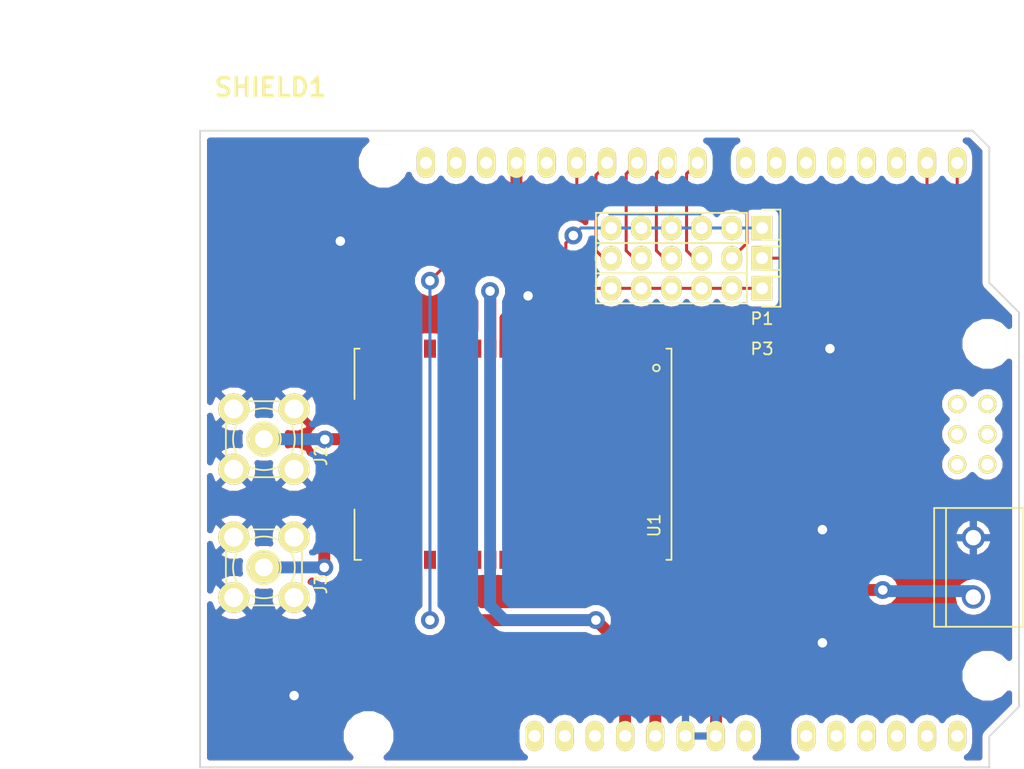
<source format=kicad_pcb>
(kicad_pcb (version 4) (host pcbnew 4.0.1-4.201602090852+6195~38~ubuntu14.04.1-stable)

  (general
    (links 48)
    (no_connects 8)
    (area 148.224999 51.424999 217.275001 105.175001)
    (thickness 1.6)
    (drawings 13)
    (tracks 129)
    (zones 0)
    (modules 8)
    (nets 15)
  )

  (page A4)
  (layers
    (0 F.Cu signal)
    (31 B.Cu signal)
    (32 B.Adhes user)
    (33 F.Adhes user)
    (34 B.Paste user)
    (35 F.Paste user)
    (36 B.SilkS user)
    (37 F.SilkS user)
    (38 B.Mask user)
    (39 F.Mask user)
    (40 Dwgs.User user)
    (41 Cmts.User user)
    (42 Eco1.User user)
    (43 Eco2.User user)
    (44 Edge.Cuts user)
    (45 Margin user)
    (46 B.CrtYd user)
    (47 F.CrtYd user)
    (48 B.Fab user)
    (49 F.Fab user)
  )

  (setup
    (last_trace_width 1)
    (trace_clearance 0.254)
    (zone_clearance 0.508)
    (zone_45_only yes)
    (trace_min 0.2)
    (segment_width 0.2)
    (edge_width 0.15)
    (via_size 1.5)
    (via_drill 0.8)
    (via_min_size 0.4)
    (via_min_drill 0.3)
    (uvia_size 1.2)
    (uvia_drill 0.8)
    (uvias_allowed no)
    (uvia_min_size 0.2)
    (uvia_min_drill 0.1)
    (pcb_text_width 0.3)
    (pcb_text_size 1.5 1.5)
    (mod_edge_width 0.15)
    (mod_text_size 1 1)
    (mod_text_width 0.15)
    (pad_size 1.524 1.524)
    (pad_drill 0.762)
    (pad_to_mask_clearance 0.2)
    (aux_axis_origin 0 0)
    (visible_elements FFFFFF7F)
    (pcbplotparams
      (layerselection 0x01000_80000001)
      (usegerberextensions true)
      (usegerberattributes true)
      (excludeedgelayer true)
      (linewidth 0.100000)
      (plotframeref true)
      (viasonmask true)
      (mode 1)
      (useauxorigin false)
      (hpglpennumber 1)
      (hpglpenspeed 20)
      (hpglpendiameter 15)
      (hpglpenoverlay 2)
      (psnegative false)
      (psa4output false)
      (plotreference true)
      (plotvalue true)
      (plotinvisibletext false)
      (padsonsilk false)
      (subtractmaskfromsilk true)
      (outputformat 1)
      (mirror false)
      (drillshape 0)
      (scaleselection 1)
      (outputdirectory "test gerbers/"))
  )

  (net 0 "")
  (net 1 GND)
  (net 2 BATTERY)
  (net 3 "Net-(J2-Pad1)")
  (net 4 3.3VOLT)
  (net 5 UART_ARDUINO_TO_RADIO)
  (net 6 UART_RADIO_TO_ARDUINO)
  (net 7 /AD_P8)
  (net 8 /AD_P9)
  (net 9 /AD_P10)
  (net 10 /AD_P11)
  (net 11 "Net-(J3-Pad1)")
  (net 12 RN_RESET)
  (net 13 /HW_RX)
  (net 14 /HW_TX)

  (net_class Default "This is the default net class."
    (clearance 0.254)
    (trace_width 1)
    (via_dia 1.5)
    (via_drill 0.8)
    (uvia_dia 1.2)
    (uvia_drill 0.8)
    (add_net /AD_P10)
    (add_net /AD_P11)
    (add_net /AD_P8)
    (add_net /AD_P9)
    (add_net /HW_RX)
    (add_net /HW_TX)
    (add_net 3.3VOLT)
    (add_net BATTERY)
    (add_net GND)
    (add_net "Net-(J2-Pad1)")
    (add_net "Net-(J3-Pad1)")
    (add_net RN_RESET)
    (add_net UART_ARDUINO_TO_RADIO)
    (add_net UART_RADIO_TO_ARDUINO)
  )

  (net_class Thin ""
    (clearance 0.254)
    (trace_width 0.254)
    (via_dia 1.5)
    (via_drill 0.8)
    (uvia_dia 1.2)
    (uvia_drill 0.8)
  )

  (module freetronics_footprints:ARDUINO_SHIELD (layer F.Cu) (tedit 0) (tstamp 5642010B)
    (at 148.5011 105.0036)
    (descr http://www.thingiverse.com/thing:9630)
    (path /5642002E)
    (fp_text reference SHIELD1 (at 5.715 -57.15) (layer F.SilkS)
      (effects (font (thickness 0.3048)))
    )
    (fp_text value ARDUINO_SHIELD (at 10.16 -54.61) (layer F.SilkS) hide
      (effects (font (thickness 0.3048)))
    )
    (fp_line (start 66.04 -40.64) (end 66.04 -52.07) (layer Cmts.User) (width 0.381))
    (fp_line (start 66.04 -52.07) (end 64.77 -53.34) (layer Cmts.User) (width 0.381))
    (fp_line (start 64.77 -53.34) (end 0 -53.34) (layer Cmts.User) (width 0.381))
    (fp_line (start 66.04 0) (end 0 0) (layer Cmts.User) (width 0.381))
    (fp_line (start 0 0) (end 0 -53.34) (layer Cmts.User) (width 0.381))
    (fp_line (start 66.04 -40.64) (end 68.58 -38.1) (layer Cmts.User) (width 0.381))
    (fp_line (start 68.58 -38.1) (end 68.58 -5.08) (layer Cmts.User) (width 0.381))
    (fp_line (start 68.58 -5.08) (end 66.04 -2.54) (layer Cmts.User) (width 0.381))
    (fp_line (start 66.04 -2.54) (end 66.04 0) (layer Cmts.User) (width 0.381))
    (pad AD5 thru_hole oval (at 63.5 -2.54 90) (size 2.54 1.524) (drill 1.016) (layers *.Cu *.Mask F.SilkS))
    (pad AD4 thru_hole oval (at 60.96 -2.54 90) (size 2.54 1.524) (drill 1.016) (layers *.Cu *.Mask F.SilkS))
    (pad AD3 thru_hole oval (at 58.42 -2.54 90) (size 2.54 1.524) (drill 1.016) (layers *.Cu *.Mask F.SilkS))
    (pad AD0 thru_hole oval (at 50.8 -2.54 90) (size 2.54 1.524) (drill 1.016) (layers *.Cu *.Mask F.SilkS))
    (pad AD1 thru_hole oval (at 53.34 -2.54 90) (size 2.54 1.524) (drill 1.016) (layers *.Cu *.Mask F.SilkS))
    (pad AD2 thru_hole oval (at 55.88 -2.54 90) (size 2.54 1.524) (drill 1.016) (layers *.Cu *.Mask F.SilkS))
    (pad V_IN thru_hole oval (at 45.72 -2.54 90) (size 2.54 1.524) (drill 1.016) (layers *.Cu *.Mask F.SilkS))
    (pad GND2 thru_hole oval (at 43.18 -2.54 90) (size 2.54 1.524) (drill 1.016) (layers *.Cu *.Mask F.SilkS)
      (net 1 GND))
    (pad GND1 thru_hole oval (at 40.64 -2.54 90) (size 2.54 1.524) (drill 1.016) (layers *.Cu *.Mask F.SilkS)
      (net 1 GND))
    (pad 3V3 thru_hole oval (at 35.56 -2.54 90) (size 2.54 1.524) (drill 1.016) (layers *.Cu *.Mask F.SilkS)
      (net 4 3.3VOLT))
    (pad RST thru_hole oval (at 33.02 -2.54 90) (size 2.54 1.524) (drill 1.016) (layers *.Cu *.Mask F.SilkS))
    (pad 0 thru_hole oval (at 63.5 -50.8 90) (size 2.54 1.524) (drill 1.016) (layers *.Cu *.Mask F.SilkS)
      (net 13 /HW_RX))
    (pad 1 thru_hole oval (at 60.96 -50.8 90) (size 2.54 1.524) (drill 1.016) (layers *.Cu *.Mask F.SilkS)
      (net 14 /HW_TX))
    (pad 2 thru_hole oval (at 58.42 -50.8 90) (size 2.54 1.524) (drill 1.016) (layers *.Cu *.Mask F.SilkS))
    (pad 3 thru_hole oval (at 55.88 -50.8 90) (size 2.54 1.524) (drill 1.016) (layers *.Cu *.Mask F.SilkS))
    (pad 4 thru_hole oval (at 53.34 -50.8 90) (size 2.54 1.524) (drill 1.016) (layers *.Cu *.Mask F.SilkS))
    (pad 5 thru_hole oval (at 50.8 -50.8 90) (size 2.54 1.524) (drill 1.016) (layers *.Cu *.Mask F.SilkS))
    (pad 6 thru_hole oval (at 48.26 -50.8 90) (size 2.54 1.524) (drill 1.016) (layers *.Cu *.Mask F.SilkS))
    (pad 7 thru_hole oval (at 45.72 -50.8 90) (size 2.54 1.524) (drill 1.016) (layers *.Cu *.Mask F.SilkS))
    (pad 8 thru_hole oval (at 41.656 -50.8 90) (size 2.54 1.524) (drill 1.016) (layers *.Cu *.Mask F.SilkS)
      (net 7 /AD_P8))
    (pad 9 thru_hole oval (at 39.116 -50.8 90) (size 2.54 1.524) (drill 1.016) (layers *.Cu *.Mask F.SilkS)
      (net 8 /AD_P9))
    (pad 10 thru_hole oval (at 36.576 -50.8 90) (size 2.54 1.524) (drill 1.016) (layers *.Cu *.Mask F.SilkS)
      (net 9 /AD_P10))
    (pad 11 thru_hole oval (at 34.036 -50.8 90) (size 2.54 1.524) (drill 1.016) (layers *.Cu *.Mask F.SilkS)
      (net 10 /AD_P11))
    (pad 12 thru_hole oval (at 31.496 -50.8 90) (size 2.54 1.524) (drill 1.016) (layers *.Cu *.Mask F.SilkS)
      (net 12 RN_RESET))
    (pad 13 thru_hole oval (at 28.956 -50.8 90) (size 2.54 1.524) (drill 1.016) (layers *.Cu *.Mask F.SilkS))
    (pad GND3 thru_hole oval (at 26.416 -50.8 90) (size 2.54 1.524) (drill 1.016) (layers *.Cu *.Mask F.SilkS)
      (net 1 GND))
    (pad AREF thru_hole oval (at 23.876 -50.8 90) (size 2.54 1.524) (drill 1.016) (layers *.Cu *.Mask F.SilkS))
    (pad 5V thru_hole oval (at 38.1 -2.54 90) (size 2.54 1.524) (drill 1.016) (layers *.Cu *.Mask F.SilkS)
      (net 2 BATTERY))
    (pad "" np_thru_hole circle (at 66.04 -7.62 90) (size 3.175 3.175) (drill 3.175) (layers *.Cu *.Mask F.SilkS))
    (pad "" np_thru_hole circle (at 66.04 -35.56 90) (size 3.175 3.175) (drill 3.175) (layers *.Cu *.Mask F.SilkS))
    (pad "" np_thru_hole circle (at 15.24 -50.8 90) (size 3.175 3.175) (drill 3.175) (layers *.Cu *.Mask F.SilkS))
    (pad "" np_thru_hole circle (at 13.97 -2.54 90) (size 3.175 3.175) (drill 3.175) (layers *.Cu *.Mask F.SilkS))
    (pad SDA thru_hole oval (at 21.336 -50.8 90) (size 2.54 1.524) (drill 1.016) (layers *.Cu *.Mask F.SilkS))
    (pad SCL thru_hole oval (at 18.796 -50.8 90) (size 2.54 1.524) (drill 1.016) (layers *.Cu *.Mask F.SilkS))
    (pad IO_R thru_hole oval (at 30.48 -2.54 90) (size 2.54 1.524) (drill 1.016) (layers *.Cu *.Mask F.SilkS))
    (pad NC thru_hole oval (at 27.94 -2.54 90) (size 2.54 1.524) (drill 1.016) (layers *.Cu *.Mask F.SilkS))
    (pad SP1 thru_hole circle (at 63.5 -30.48 90) (size 1.524 1.524) (drill 1.016) (layers *.Cu *.Mask F.SilkS))
    (pad SP2 thru_hole circle (at 66.04 -30.48 90) (size 1.524 1.524) (drill 1.016) (layers *.Cu *.Mask F.SilkS))
    (pad SP3 thru_hole circle (at 63.5 -27.94 90) (size 1.524 1.524) (drill 1.016) (layers *.Cu *.Mask F.SilkS))
    (pad SP4 thru_hole circle (at 66.04 -27.94 90) (size 1.524 1.524) (drill 1.016) (layers *.Cu *.Mask F.SilkS))
    (pad SP5 thru_hole circle (at 63.5 -25.4 90) (size 1.524 1.524) (drill 1.016) (layers *.Cu *.Mask F.SilkS))
    (pad SP6 thru_hole circle (at 66.04 -25.4 90) (size 1.524 1.524) (drill 1.016) (layers *.Cu *.Mask F.SilkS))
  )

  (module Socket_Strips:Socket_Strip_Straight_1x06 (layer F.Cu) (tedit 0) (tstamp 56BB0D41)
    (at 195.58 62.23 180)
    (descr "Through hole socket strip")
    (tags "socket strip")
    (path /56BB3A79)
    (fp_text reference P1 (at 0 -5.1 180) (layer F.SilkS)
      (effects (font (size 1 1) (thickness 0.15)))
    )
    (fp_text value CONN_01X06 (at 0 -3.1 180) (layer F.Fab)
      (effects (font (size 1 1) (thickness 0.15)))
    )
    (fp_line (start -1.75 -1.75) (end -1.75 1.75) (layer F.CrtYd) (width 0.05))
    (fp_line (start 14.45 -1.75) (end 14.45 1.75) (layer F.CrtYd) (width 0.05))
    (fp_line (start -1.75 -1.75) (end 14.45 -1.75) (layer F.CrtYd) (width 0.05))
    (fp_line (start -1.75 1.75) (end 14.45 1.75) (layer F.CrtYd) (width 0.05))
    (fp_line (start 1.27 1.27) (end 13.97 1.27) (layer F.SilkS) (width 0.15))
    (fp_line (start 13.97 1.27) (end 13.97 -1.27) (layer F.SilkS) (width 0.15))
    (fp_line (start 13.97 -1.27) (end 1.27 -1.27) (layer F.SilkS) (width 0.15))
    (fp_line (start -1.55 1.55) (end 0 1.55) (layer F.SilkS) (width 0.15))
    (fp_line (start 1.27 1.27) (end 1.27 -1.27) (layer F.SilkS) (width 0.15))
    (fp_line (start 0 -1.55) (end -1.55 -1.55) (layer F.SilkS) (width 0.15))
    (fp_line (start -1.55 -1.55) (end -1.55 1.55) (layer F.SilkS) (width 0.15))
    (pad 1 thru_hole rect (at 0 0 180) (size 1.7272 2.032) (drill 1.016) (layers *.Cu *.Mask F.SilkS)
      (net 13 /HW_RX))
    (pad 2 thru_hole oval (at 2.54 0 180) (size 1.7272 2.032) (drill 1.016) (layers *.Cu *.Mask F.SilkS)
      (net 14 /HW_TX))
    (pad 3 thru_hole oval (at 5.08 0 180) (size 1.7272 2.032) (drill 1.016) (layers *.Cu *.Mask F.SilkS)
      (net 7 /AD_P8))
    (pad 4 thru_hole oval (at 7.62 0 180) (size 1.7272 2.032) (drill 1.016) (layers *.Cu *.Mask F.SilkS)
      (net 8 /AD_P9))
    (pad 5 thru_hole oval (at 10.16 0 180) (size 1.7272 2.032) (drill 1.016) (layers *.Cu *.Mask F.SilkS)
      (net 9 /AD_P10))
    (pad 6 thru_hole oval (at 12.7 0 180) (size 1.7272 2.032) (drill 1.016) (layers *.Cu *.Mask F.SilkS)
      (net 10 /AD_P11))
    (model Socket_Strips.3dshapes/Socket_Strip_Straight_1x06.wrl
      (at (xyz 0.25 0 0))
      (scale (xyz 1 1 1))
      (rotate (xyz 0 0 180))
    )
  )

  (module Socket_Strips:Socket_Strip_Straight_1x06 (layer F.Cu) (tedit 0) (tstamp 56BB0D4B)
    (at 195.58 59.69 180)
    (descr "Through hole socket strip")
    (tags "socket strip")
    (path /56BB3ABD)
    (fp_text reference P2 (at 0 -5.1 180) (layer F.SilkS)
      (effects (font (size 1 1) (thickness 0.15)))
    )
    (fp_text value CONN_01X06 (at 0 -3.1 180) (layer F.Fab)
      (effects (font (size 1 1) (thickness 0.15)))
    )
    (fp_line (start -1.75 -1.75) (end -1.75 1.75) (layer F.CrtYd) (width 0.05))
    (fp_line (start 14.45 -1.75) (end 14.45 1.75) (layer F.CrtYd) (width 0.05))
    (fp_line (start -1.75 -1.75) (end 14.45 -1.75) (layer F.CrtYd) (width 0.05))
    (fp_line (start -1.75 1.75) (end 14.45 1.75) (layer F.CrtYd) (width 0.05))
    (fp_line (start 1.27 1.27) (end 13.97 1.27) (layer F.SilkS) (width 0.15))
    (fp_line (start 13.97 1.27) (end 13.97 -1.27) (layer F.SilkS) (width 0.15))
    (fp_line (start 13.97 -1.27) (end 1.27 -1.27) (layer F.SilkS) (width 0.15))
    (fp_line (start -1.55 1.55) (end 0 1.55) (layer F.SilkS) (width 0.15))
    (fp_line (start 1.27 1.27) (end 1.27 -1.27) (layer F.SilkS) (width 0.15))
    (fp_line (start 0 -1.55) (end -1.55 -1.55) (layer F.SilkS) (width 0.15))
    (fp_line (start -1.55 -1.55) (end -1.55 1.55) (layer F.SilkS) (width 0.15))
    (pad 1 thru_hole rect (at 0 0 180) (size 1.7272 2.032) (drill 1.016) (layers *.Cu *.Mask F.SilkS)
      (net 5 UART_ARDUINO_TO_RADIO))
    (pad 2 thru_hole oval (at 2.54 0 180) (size 1.7272 2.032) (drill 1.016) (layers *.Cu *.Mask F.SilkS)
      (net 5 UART_ARDUINO_TO_RADIO))
    (pad 3 thru_hole oval (at 5.08 0 180) (size 1.7272 2.032) (drill 1.016) (layers *.Cu *.Mask F.SilkS)
      (net 5 UART_ARDUINO_TO_RADIO))
    (pad 4 thru_hole oval (at 7.62 0 180) (size 1.7272 2.032) (drill 1.016) (layers *.Cu *.Mask F.SilkS)
      (net 5 UART_ARDUINO_TO_RADIO))
    (pad 5 thru_hole oval (at 10.16 0 180) (size 1.7272 2.032) (drill 1.016) (layers *.Cu *.Mask F.SilkS)
      (net 5 UART_ARDUINO_TO_RADIO))
    (pad 6 thru_hole oval (at 12.7 0 180) (size 1.7272 2.032) (drill 1.016) (layers *.Cu *.Mask F.SilkS)
      (net 5 UART_ARDUINO_TO_RADIO))
    (model Socket_Strips.3dshapes/Socket_Strip_Straight_1x06.wrl
      (at (xyz 0.25 0 0))
      (scale (xyz 1 1 1))
      (rotate (xyz 0 0 180))
    )
  )

  (module Socket_Strips:Socket_Strip_Straight_1x06 (layer F.Cu) (tedit 0) (tstamp 56BB0D55)
    (at 195.58 64.77 180)
    (descr "Through hole socket strip")
    (tags "socket strip")
    (path /56BB3AFB)
    (fp_text reference P3 (at 0 -5.1 180) (layer F.SilkS)
      (effects (font (size 1 1) (thickness 0.15)))
    )
    (fp_text value CONN_01X06 (at 0 -3.1 180) (layer F.Fab)
      (effects (font (size 1 1) (thickness 0.15)))
    )
    (fp_line (start -1.75 -1.75) (end -1.75 1.75) (layer F.CrtYd) (width 0.05))
    (fp_line (start 14.45 -1.75) (end 14.45 1.75) (layer F.CrtYd) (width 0.05))
    (fp_line (start -1.75 -1.75) (end 14.45 -1.75) (layer F.CrtYd) (width 0.05))
    (fp_line (start -1.75 1.75) (end 14.45 1.75) (layer F.CrtYd) (width 0.05))
    (fp_line (start 1.27 1.27) (end 13.97 1.27) (layer F.SilkS) (width 0.15))
    (fp_line (start 13.97 1.27) (end 13.97 -1.27) (layer F.SilkS) (width 0.15))
    (fp_line (start 13.97 -1.27) (end 1.27 -1.27) (layer F.SilkS) (width 0.15))
    (fp_line (start -1.55 1.55) (end 0 1.55) (layer F.SilkS) (width 0.15))
    (fp_line (start 1.27 1.27) (end 1.27 -1.27) (layer F.SilkS) (width 0.15))
    (fp_line (start 0 -1.55) (end -1.55 -1.55) (layer F.SilkS) (width 0.15))
    (fp_line (start -1.55 -1.55) (end -1.55 1.55) (layer F.SilkS) (width 0.15))
    (pad 1 thru_hole rect (at 0 0 180) (size 1.7272 2.032) (drill 1.016) (layers *.Cu *.Mask F.SilkS)
      (net 6 UART_RADIO_TO_ARDUINO))
    (pad 2 thru_hole oval (at 2.54 0 180) (size 1.7272 2.032) (drill 1.016) (layers *.Cu *.Mask F.SilkS)
      (net 6 UART_RADIO_TO_ARDUINO))
    (pad 3 thru_hole oval (at 5.08 0 180) (size 1.7272 2.032) (drill 1.016) (layers *.Cu *.Mask F.SilkS)
      (net 6 UART_RADIO_TO_ARDUINO))
    (pad 4 thru_hole oval (at 7.62 0 180) (size 1.7272 2.032) (drill 1.016) (layers *.Cu *.Mask F.SilkS)
      (net 6 UART_RADIO_TO_ARDUINO))
    (pad 5 thru_hole oval (at 10.16 0 180) (size 1.7272 2.032) (drill 1.016) (layers *.Cu *.Mask F.SilkS)
      (net 6 UART_RADIO_TO_ARDUINO))
    (pad 6 thru_hole oval (at 12.7 0 180) (size 1.7272 2.032) (drill 1.016) (layers *.Cu *.Mask F.SilkS)
      (net 6 UART_RADIO_TO_ARDUINO))
    (model Socket_Strips.3dshapes/Socket_Strip_Straight_1x06.wrl
      (at (xyz 0.25 0 0))
      (scale (xyz 1 1 1))
      (rotate (xyz 0 0 180))
    )
  )

  (module freetronics_footprints:SCREWTERMINAL-5MM-2 (layer F.Cu) (tedit 54779580) (tstamp 56BB4246)
    (at 213.36 88.265 270)
    (path /56423C4B)
    (fp_text reference J1 (at 0 -2.4 270) (layer Eco1.User)
      (effects (font (size 0.4064 0.4064) (thickness 0.03048)))
    )
    (fp_text value SCREW_TERMINAL (at 0 -1.8 270) (layer Eco1.User) hide
      (effects (font (size 0.4064 0.4064) (thickness 0.03048)))
    )
    (fp_line (start -5.3 -3.8) (end -5.3 -3.2) (layer Cmts.User) (width 0.15))
    (fp_line (start -5.3 -3.2) (end -5 -3.2) (layer Cmts.User) (width 0.15))
    (fp_line (start -5 -3.8) (end -5.3 -3.8) (layer Cmts.User) (width 0.15))
    (fp_line (start 4.6 0.8) (end 4.6 3.5) (layer Cmts.User) (width 0.15))
    (fp_line (start 0.4 0.8) (end 0.4 3.5) (layer Cmts.User) (width 0.15))
    (fp_line (start -0.4 0.8) (end -0.4 3.5) (layer Cmts.User) (width 0.15))
    (fp_line (start -4.6 0.8) (end -4.6 3.5) (layer Cmts.User) (width 0.15))
    (fp_line (start -5 2.3) (end -5 3.3) (layer F.SilkS) (width 0.15))
    (fp_line (start -5 3.3) (end 5 3.3) (layer F.SilkS) (width 0.15))
    (fp_line (start 5 3.3) (end 5 2.3) (layer F.SilkS) (width 0.15))
    (fp_line (start -5 2.3) (end 5 2.3) (layer F.SilkS) (width 0.15))
    (fp_line (start -5 -4.2) (end 5 -4.2) (layer F.SilkS) (width 0.15))
    (fp_line (start 5 -4.19862) (end 5 2.2987) (layer F.SilkS) (width 0.15))
    (fp_line (start -5 2.2987) (end -5 -4.19862) (layer F.SilkS) (width 0.15))
    (fp_line (start 4.9 -3) (end 4.5 -3) (layer Cmts.User) (width 0.2032))
    (fp_line (start 4.5 -4) (end 4.5 -3) (layer Cmts.User) (width 0.2032))
    (fp_line (start 4.5 -4) (end 4.9 -4) (layer Cmts.User) (width 0.2032))
    (pad 1 thru_hole oval (at -2.5 0 270) (size 1.94564 1.94564) (drill 1.29794) (layers *.Cu *.Mask)
      (net 1 GND))
    (pad 2 thru_hole oval (at 2.5 0 270) (size 1.94564 1.94564) (drill 1.29794) (layers *.Cu *.Mask)
      (net 2 BATTERY))
  )

  (module MyFootprints:SMA_BOARD_UPRIGHT (layer F.Cu) (tedit 5643618C) (tstamp 56BB4427)
    (at 153.67 77.47 90)
    (path /56430378)
    (fp_text reference J2 (at -1.4 4.8 90) (layer F.SilkS)
      (effects (font (size 1 1) (thickness 0.15)))
    )
    (fp_text value SMA (at 4.3 -4.8 90) (layer F.Fab) hide
      (effects (font (size 1 1) (thickness 0.15)))
    )
    (fp_circle (center 0 0) (end 0.9 1.1) (layer F.SilkS) (width 0.15))
    (fp_circle (center 0 0) (end 1 2.4) (layer F.SilkS) (width 0.15))
    (fp_line (start 2.2 2.2) (end 2.2 3.2) (layer F.SilkS) (width 0.15))
    (fp_line (start 3.2 2.2) (end 2.2 2.2) (layer F.SilkS) (width 0.15))
    (fp_line (start -2.2 2.2) (end -2.2 3.2) (layer F.SilkS) (width 0.15))
    (fp_line (start -3.2 2.2) (end -2.2 2.2) (layer F.SilkS) (width 0.15))
    (fp_line (start -2.2 -2.2) (end -2.2 -3.2) (layer F.SilkS) (width 0.15))
    (fp_line (start -3.2 -2.2) (end -2.2 -2.2) (layer F.SilkS) (width 0.15))
    (fp_line (start 2.2 -2.2) (end 2.2 -3.2) (layer F.SilkS) (width 0.15))
    (fp_line (start 3.2 -2.2) (end 2.2 -2.2) (layer F.SilkS) (width 0.15))
    (fp_line (start -3.2 -3.2) (end -3.2 3.2) (layer F.SilkS) (width 0.15))
    (fp_line (start 3.2 3.2) (end -3.2 3.2) (layer F.SilkS) (width 0.15))
    (fp_line (start 3.2 -3.2) (end 3.2 3.2) (layer F.SilkS) (width 0.15))
    (fp_line (start -3.2 -3.2) (end 3.2 -3.2) (layer F.SilkS) (width 0.15))
    (pad 3 thru_hole circle (at 2.54 2.54 90) (size 2.6 2.6) (drill 1.6) (layers *.Cu *.Mask F.SilkS)
      (net 1 GND))
    (pad 4 thru_hole circle (at 2.54 -2.54 90) (size 2.6 2.6) (drill 1.6) (layers *.Cu *.Mask F.SilkS)
      (net 1 GND))
    (pad 5 thru_hole circle (at -2.54 -2.54 90) (size 2.6 2.6) (drill 1.6) (layers *.Cu *.Mask F.SilkS)
      (net 1 GND))
    (pad 2 thru_hole circle (at -2.54 2.54 90) (size 2.6 2.6) (drill 1.6) (layers *.Cu *.Mask F.SilkS)
      (net 1 GND))
    (pad 1 thru_hole circle (at 0 0 90) (size 2.6 2.6) (drill 1.5) (layers *.Cu *.Mask F.SilkS)
      (net 3 "Net-(J2-Pad1)"))
  )

  (module MyFootprints:SMA_BOARD_UPRIGHT (layer F.Cu) (tedit 5643618C) (tstamp 56BB442F)
    (at 153.67 88.265 90)
    (path /569F8A06)
    (fp_text reference J3 (at -1.4 4.8 90) (layer F.SilkS)
      (effects (font (size 1 1) (thickness 0.15)))
    )
    (fp_text value SMA (at 4.3 -4.8 90) (layer F.Fab) hide
      (effects (font (size 1 1) (thickness 0.15)))
    )
    (fp_circle (center 0 0) (end 0.9 1.1) (layer F.SilkS) (width 0.15))
    (fp_circle (center 0 0) (end 1 2.4) (layer F.SilkS) (width 0.15))
    (fp_line (start 2.2 2.2) (end 2.2 3.2) (layer F.SilkS) (width 0.15))
    (fp_line (start 3.2 2.2) (end 2.2 2.2) (layer F.SilkS) (width 0.15))
    (fp_line (start -2.2 2.2) (end -2.2 3.2) (layer F.SilkS) (width 0.15))
    (fp_line (start -3.2 2.2) (end -2.2 2.2) (layer F.SilkS) (width 0.15))
    (fp_line (start -2.2 -2.2) (end -2.2 -3.2) (layer F.SilkS) (width 0.15))
    (fp_line (start -3.2 -2.2) (end -2.2 -2.2) (layer F.SilkS) (width 0.15))
    (fp_line (start 2.2 -2.2) (end 2.2 -3.2) (layer F.SilkS) (width 0.15))
    (fp_line (start 3.2 -2.2) (end 2.2 -2.2) (layer F.SilkS) (width 0.15))
    (fp_line (start -3.2 -3.2) (end -3.2 3.2) (layer F.SilkS) (width 0.15))
    (fp_line (start 3.2 3.2) (end -3.2 3.2) (layer F.SilkS) (width 0.15))
    (fp_line (start 3.2 -3.2) (end 3.2 3.2) (layer F.SilkS) (width 0.15))
    (fp_line (start -3.2 -3.2) (end 3.2 -3.2) (layer F.SilkS) (width 0.15))
    (pad 3 thru_hole circle (at 2.54 2.54 90) (size 2.6 2.6) (drill 1.6) (layers *.Cu *.Mask F.SilkS)
      (net 1 GND))
    (pad 4 thru_hole circle (at 2.54 -2.54 90) (size 2.6 2.6) (drill 1.6) (layers *.Cu *.Mask F.SilkS)
      (net 1 GND))
    (pad 5 thru_hole circle (at -2.54 -2.54 90) (size 2.6 2.6) (drill 1.6) (layers *.Cu *.Mask F.SilkS)
      (net 1 GND))
    (pad 2 thru_hole circle (at -2.54 2.54 90) (size 2.6 2.6) (drill 1.6) (layers *.Cu *.Mask F.SilkS)
      (net 1 GND))
    (pad 1 thru_hole circle (at 0 0 90) (size 2.6 2.6) (drill 1.5) (layers *.Cu *.Mask F.SilkS)
      (net 11 "Net-(J3-Pad1)"))
  )

  (module MyFootprints:RN2483 (layer F.Cu) (tedit 5643193A) (tstamp 56BB4437)
    (at 187.96 87.63 90)
    (path /56BB3343)
    (fp_text reference U1 (at 2.8956 -1.4478 90) (layer F.SilkS)
      (effects (font (size 1 1) (thickness 0.15)))
    )
    (fp_text value RN2483 (at 4.7752 -24.2062 90) (layer F.Fab) hide
      (effects (font (size 1 1) (thickness 0.15)))
    )
    (fp_circle (center 16.1544 -1.27) (end 16.2814 -1.016) (layer F.SilkS) (width 0.15))
    (fp_line (start 0 0) (end 0 -0.4318) (layer F.SilkS) (width 0.15))
    (fp_line (start 17.78 0) (end 17.78 -0.4318) (layer F.SilkS) (width 0.15))
    (fp_line (start 17.78 -26.67) (end 17.78 -26.2382) (layer F.SilkS) (width 0.15))
    (fp_line (start 13.97 -26.67) (end 13.5382 -26.67) (layer F.SilkS) (width 0.15))
    (fp_line (start 0 -26.67) (end 0 -26.1112) (layer F.SilkS) (width 0.15))
    (fp_line (start 3.81 -26.67) (end 4.2418 -26.67) (layer F.SilkS) (width 0.15))
    (fp_line (start 13.97 -26.67) (end 17.78 -26.67) (layer F.SilkS) (width 0.15))
    (fp_line (start 0 -26.67) (end 3.81 -26.67) (layer F.SilkS) (width 0.15))
    (fp_line (start 0 0) (end 17.78 0) (layer F.SilkS) (width 0.15))
    (pad 47 smd rect (at 0 -1.27 90) (size 1.524 1.016) (layers F.Cu F.Paste F.Mask)
      (net 1 GND))
    (pad 46 smd rect (at 0 -2.54 90) (size 1.524 1.016) (layers F.Cu F.Paste F.Mask))
    (pad 45 smd rect (at 0 -3.81 90) (size 1.524 1.016) (layers F.Cu F.Paste F.Mask))
    (pad 44 smd rect (at 0 -5.08 90) (size 1.524 1.016) (layers F.Cu F.Paste F.Mask))
    (pad 43 smd rect (at 0 -6.35 90) (size 1.524 1.016) (layers F.Cu F.Paste F.Mask))
    (pad 42 smd rect (at 0 -7.62 90) (size 1.524 1.016) (layers F.Cu F.Paste F.Mask))
    (pad 41 smd rect (at 0 -8.89 90) (size 1.524 1.016) (layers F.Cu F.Paste F.Mask)
      (net 1 GND))
    (pad 40 smd rect (at 0 -10.16 90) (size 1.524 1.016) (layers F.Cu F.Paste F.Mask))
    (pad 39 smd rect (at 0 -11.43 90) (size 1.524 1.016) (layers F.Cu F.Paste F.Mask))
    (pad 38 smd rect (at 0 -12.7 90) (size 1.524 1.016) (layers F.Cu F.Paste F.Mask))
    (pad 37 smd rect (at 0 -13.97 90) (size 1.524 1.016) (layers F.Cu F.Paste F.Mask))
    (pad 36 smd rect (at 0 -15.24 90) (size 1.524 1.016) (layers F.Cu F.Paste F.Mask))
    (pad 35 smd rect (at 0 -16.51 90) (size 1.524 1.016) (layers F.Cu F.Paste F.Mask))
    (pad 34 smd rect (at 0 -17.78 90) (size 1.524 1.016) (layers F.Cu F.Paste F.Mask)
      (net 4 3.3VOLT))
    (pad 33 smd rect (at 0 -19.05 90) (size 1.524 1.016) (layers F.Cu F.Paste F.Mask)
      (net 1 GND))
    (pad 32 smd rect (at 0 -20.32 90) (size 1.524 1.016) (layers F.Cu F.Paste F.Mask)
      (net 12 RN_RESET))
    (pad 31 smd rect (at 0 -21.59 90) (size 1.524 1.016) (layers F.Cu F.Paste F.Mask))
    (pad 30 smd rect (at 0 -22.86 90) (size 1.524 1.016) (layers F.Cu F.Paste F.Mask))
    (pad 29 smd rect (at 0 -24.13 90) (size 1.524 1.016) (layers F.Cu F.Paste F.Mask))
    (pad 28 smd rect (at 0 -25.4 90) (size 1.524 1.016) (layers F.Cu F.Paste F.Mask)
      (net 1 GND))
    (pad 20 smd rect (at 17.78 -25.4 90) (size 1.524 1.016) (layers F.Cu F.Paste F.Mask)
      (net 1 GND))
    (pad 27 smd rect (at 5.08 -26.67 90) (size 1.016 1.524) (layers F.Cu F.Paste F.Mask)
      (net 1 GND))
    (pad 26 smd rect (at 6.35 -26.67 90) (size 1.016 1.524) (layers F.Cu F.Paste F.Mask)
      (net 1 GND))
    (pad 25 smd rect (at 7.62 -26.67 90) (size 1.016 1.524) (layers F.Cu F.Paste F.Mask)
      (net 11 "Net-(J3-Pad1)"))
    (pad 24 smd rect (at 8.89 -26.67 90) (size 1.016 1.524) (layers F.Cu F.Paste F.Mask)
      (net 1 GND))
    (pad 23 smd rect (at 10.16 -26.67 90) (size 1.016 1.524) (layers F.Cu F.Paste F.Mask)
      (net 3 "Net-(J2-Pad1)"))
    (pad 22 smd rect (at 11.43 -26.67 90) (size 1.016 1.524) (layers F.Cu F.Paste F.Mask)
      (net 1 GND))
    (pad 21 smd rect (at 12.7 -26.67 90) (size 1.016 1.524) (layers F.Cu F.Paste F.Mask)
      (net 1 GND))
    (pad 19 smd rect (at 17.78 -24.13 90) (size 1.524 1.016) (layers F.Cu F.Paste F.Mask))
    (pad 18 smd rect (at 17.78 -22.86 90) (size 1.524 1.016) (layers F.Cu F.Paste F.Mask))
    (pad 17 smd rect (at 17.78 -21.59 90) (size 1.524 1.016) (layers F.Cu F.Paste F.Mask))
    (pad 16 smd rect (at 17.78 -20.32 90) (size 1.524 1.016) (layers F.Cu F.Paste F.Mask))
    (pad 15 smd rect (at 17.78 -19.05 90) (size 1.524 1.016) (layers F.Cu F.Paste F.Mask))
    (pad 14 smd rect (at 17.78 -17.78 90) (size 1.524 1.016) (layers F.Cu F.Paste F.Mask))
    (pad 13 smd rect (at 17.78 -16.51 90) (size 1.524 1.016) (layers F.Cu F.Paste F.Mask))
    (pad 12 smd rect (at 17.78 -15.24 90) (size 1.524 1.016) (layers F.Cu F.Paste F.Mask)
      (net 4 3.3VOLT))
    (pad 11 smd rect (at 17.78 -13.97 90) (size 1.524 1.016) (layers F.Cu F.Paste F.Mask)
      (net 1 GND))
    (pad 10 smd rect (at 17.78 -12.7 90) (size 1.524 1.016) (layers F.Cu F.Paste F.Mask))
    (pad 9 smd rect (at 17.78 -11.43 90) (size 1.524 1.016) (layers F.Cu F.Paste F.Mask))
    (pad 8 smd rect (at 17.78 -10.16 90) (size 1.524 1.016) (layers F.Cu F.Paste F.Mask)
      (net 1 GND))
    (pad 7 smd rect (at 17.78 -8.89 90) (size 1.524 1.016) (layers F.Cu F.Paste F.Mask)
      (net 5 UART_ARDUINO_TO_RADIO))
    (pad 6 smd rect (at 17.78 -7.62 90) (size 1.524 1.016) (layers F.Cu F.Paste F.Mask)
      (net 6 UART_RADIO_TO_ARDUINO))
    (pad 5 smd rect (at 17.78 -6.35 90) (size 1.524 1.016) (layers F.Cu F.Paste F.Mask))
    (pad 4 smd rect (at 17.78 -5.08 90) (size 1.524 1.016) (layers F.Cu F.Paste F.Mask))
    (pad 3 smd rect (at 17.78 -3.81 90) (size 1.524 1.016) (layers F.Cu F.Paste F.Mask))
    (pad 2 smd rect (at 17.78 -2.54 90) (size 1.524 1.016) (layers F.Cu F.Paste F.Mask))
    (pad 1 smd rect (at 17.78 -1.27 90) (size 1.524 1.016) (layers F.Cu F.Paste F.Mask)
      (net 1 GND))
  )

  (gr_text "RN2483 shield\nJP Meijers" (at 191.135 76.835) (layer F.Cu)
    (effects (font (size 1.5 1.5) (thickness 0.3)) (justify left))
  )
  (dimension 53.6 (width 0.3) (layer Margin)
    (gr_text "53,600 mm" (at 137.750001 78.3 270) (layer Margin)
      (effects (font (size 1.5 1.5) (thickness 0.3)))
    )
    (feature1 (pts (xy 148.3 105.1) (xy 136.400001 105.1)))
    (feature2 (pts (xy 148.3 51.5) (xy 136.400001 51.5)))
    (crossbar (pts (xy 139.100001 51.5) (xy 139.100001 105.1)))
    (arrow1a (pts (xy 139.100001 105.1) (xy 138.51358 103.973496)))
    (arrow1b (pts (xy 139.100001 105.1) (xy 139.686422 103.973496)))
    (arrow2a (pts (xy 139.100001 51.5) (xy 138.51358 52.626504)))
    (arrow2b (pts (xy 139.100001 51.5) (xy 139.686422 52.626504)))
  )
  (dimension 68.9 (width 0.3) (layer Margin)
    (gr_text "68,900 mm" (at 182.75 42.35) (layer Margin)
      (effects (font (size 1.5 1.5) (thickness 0.3)))
    )
    (feature1 (pts (xy 148.3 67.3) (xy 148.3 41)))
    (feature2 (pts (xy 217.2 67.3) (xy 217.2 41)))
    (crossbar (pts (xy 217.2 43.7) (xy 148.3 43.7)))
    (arrow1a (pts (xy 148.3 43.7) (xy 149.426504 43.113579)))
    (arrow1b (pts (xy 148.3 43.7) (xy 149.426504 44.286421)))
    (arrow2a (pts (xy 217.2 43.7) (xy 216.073496 43.113579)))
    (arrow2b (pts (xy 217.2 43.7) (xy 216.073496 44.286421)))
  )
  (gr_line (start 213.3 51.5) (end 148.3 51.5) (angle 90) (layer Edge.Cuts) (width 0.15))
  (gr_line (start 213.4 51.6) (end 213.3 51.5) (angle 90) (layer Edge.Cuts) (width 0.15))
  (gr_line (start 214.7 52.9) (end 213.4 51.6) (angle 90) (layer Edge.Cuts) (width 0.15))
  (gr_line (start 214.7 64.3) (end 214.7 52.9) (angle 90) (layer Edge.Cuts) (width 0.15))
  (gr_line (start 217.2 66.8) (end 214.7 64.3) (angle 90) (layer Edge.Cuts) (width 0.15))
  (gr_line (start 217.2 100) (end 217.2 66.8) (angle 90) (layer Edge.Cuts) (width 0.15))
  (gr_line (start 214.7 102.5) (end 217.2 100) (angle 90) (layer Edge.Cuts) (width 0.15))
  (gr_line (start 214.7 105.1) (end 214.7 102.5) (angle 90) (layer Edge.Cuts) (width 0.15))
  (gr_line (start 148.3 105.1) (end 214.7 105.1) (angle 90) (layer Edge.Cuts) (width 0.15))
  (gr_line (start 148.3 51.5) (end 148.3 105.1) (angle 90) (layer Edge.Cuts) (width 0.15))

  (segment (start 190.38 58.5) (end 187.84 58.5) (width 0.254) (layer B.Cu) (net 0) (tstamp 569F8CA8))
  (segment (start 187.84 58.5) (end 185.3 58.5) (width 0.254) (layer B.Cu) (net 0) (tstamp 569F8CA9))
  (segment (start 185.3 58.5) (end 182.76 58.5) (width 0.254) (layer B.Cu) (net 0) (tstamp 569F8CAA))
  (segment (start 206.9 54.2247) (end 206.9211 54.2036) (width 0.254) (layer F.Cu) (net 0) (tstamp 569F8C92))
  (segment (start 204.35 54.2347) (end 204.3811 54.2036) (width 0.254) (layer F.Cu) (net 0) (tstamp 569F8C8C))
  (segment (start 201.825 54.2197) (end 201.8411 54.2036) (width 0.254) (layer F.Cu) (net 0) (tstamp 569F8C86))
  (segment (start 199.275 54.2297) (end 199.3011 54.2036) (width 0.254) (layer F.Cu) (net 0) (tstamp 569F8C80))
  (segment (start 196.75 54.2147) (end 196.7611 54.2036) (width 0.254) (layer F.Cu) (net 0) (tstamp 569F8C7A))
  (segment (start 194.2 54.2247) (end 194.2211 54.2036) (width 0.254) (layer F.Cu) (net 0) (tstamp 569F8C72))
  (segment (start 177.4571 55.3429) (end 177.4571 54.2036) (width 0.254) (layer F.Cu) (net 0) (tstamp 569F8C3E))
  (segment (start 203.835 69.85) (end 201.295 69.85) (width 1) (layer B.Cu) (net 1))
  (via (at 201.295 69.85) (size 1.5) (drill 0.8) (layers F.Cu B.Cu) (net 1))
  (segment (start 201.295 69.85) (end 186.69 69.85) (width 1) (layer F.Cu) (net 1))
  (segment (start 173.99 69.85) (end 173.99 67.31) (width 1) (layer F.Cu) (net 1))
  (segment (start 176.53 64.77) (end 176.53 64.135) (width 1) (layer B.Cu) (net 1) (tstamp 56BB1270))
  (segment (start 175.895 65.405) (end 176.53 64.77) (width 1) (layer B.Cu) (net 1) (tstamp 56BB126F))
  (via (at 175.895 65.405) (size 1.5) (drill 0.8) (layers F.Cu B.Cu) (net 1))
  (segment (start 173.99 67.31) (end 175.895 65.405) (width 1) (layer F.Cu) (net 1) (tstamp 56BB1267))
  (segment (start 200.66 94.615) (end 200.66 85.09) (width 1) (layer B.Cu) (net 1))
  (via (at 200.66 85.09) (size 1.5) (drill 0.8) (layers F.Cu B.Cu) (net 1))
  (segment (start 200.66 85.09) (end 200.665 85.18) (width 1) (layer F.Cu) (net 1) (tstamp 564369F2))
  (segment (start 200.665 85.18) (end 200.665 82.78) (width 1) (layer F.Cu) (net 1) (tstamp 564369F3))
  (segment (start 156.845 98.425) (end 156.21 99.06) (width 1) (layer F.Cu) (net 1))
  (segment (start 162.56 92.71) (end 156.845 98.425) (width 1) (layer F.Cu) (net 1) (tstamp 56BB10F9))
  (segment (start 162.56 87.63) (end 162.56 92.71) (width 1) (layer F.Cu) (net 1))
  (segment (start 156.21 99.06) (end 154.305 100.965) (width 1) (layer B.Cu) (net 1) (tstamp 56BB1109))
  (via (at 156.21 99.06) (size 1.5) (drill 0.8) (layers F.Cu B.Cu) (net 1))
  (segment (start 174.9171 54.2036) (end 174.9171 58.4829) (width 1) (layer F.Cu) (net 1))
  (segment (start 158.1 62.8) (end 158.1 63.9) (width 1) (layer B.Cu) (net 1) (tstamp 564369FE))
  (segment (start 160.1 60.8) (end 158.1 62.8) (width 1) (layer B.Cu) (net 1) (tstamp 564369FD))
  (via (at 160.1 60.8) (size 1.5) (drill 0.8) (layers F.Cu B.Cu) (net 1))
  (segment (start 172.6 60.8) (end 160.1 60.8) (width 1) (layer F.Cu) (net 1) (tstamp 564369FA))
  (segment (start 174.9171 58.4829) (end 172.6 60.8) (width 1) (layer F.Cu) (net 1) (tstamp 564369F7))
  (segment (start 191.6811 102.4636) (end 191.77 98.425) (width 1) (layer F.Cu) (net 1))
  (segment (start 200.66 94.615) (end 200.86 94.415) (width 1) (layer B.Cu) (net 1) (tstamp 564369C8))
  (via (at 200.66 94.615) (size 1.5) (drill 0.8) (layers F.Cu B.Cu) (net 1))
  (segment (start 195.58 94.615) (end 200.66 94.615) (width 1) (layer F.Cu) (net 1) (tstamp 564369C5))
  (segment (start 191.77 98.425) (end 195.58 94.615) (width 1) (layer F.Cu) (net 1) (tstamp 564369C2))
  (segment (start 194.31 90.17) (end 186.6011 97.8789) (width 1) (layer F.Cu) (net 2) (tstamp 56433075))
  (segment (start 196.85 90.17) (end 194.31 90.17) (width 1) (layer F.Cu) (net 2))
  (segment (start 186.6011 102.4636) (end 186.6011 97.8789) (width 1) (layer F.Cu) (net 2) (tstamp 56433056))
  (segment (start 206.28 90.265) (end 205.74 90.17) (width 1) (layer B.Cu) (net 2) (tstamp 5643306E))
  (via (at 205.74 90.17) (size 1.5) (drill 0.8) (layers F.Cu B.Cu) (net 2))
  (segment (start 205.74 90.17) (end 196.85 90.17) (width 1) (layer F.Cu) (net 2) (tstamp 56433071))
  (segment (start 206.28 90.265) (end 213.36 90.265) (width 1) (layer B.Cu) (net 2))
  (segment (start 161.29 77.47) (end 158.83 77.47) (width 1) (layer F.Cu) (net 3))
  (segment (start 158.77 77.47) (end 153.67 77.47) (width 1) (layer B.Cu) (net 3) (tstamp 56434425))
  (segment (start 158.8 77.5) (end 158.77 77.47) (width 1) (layer B.Cu) (net 3) (tstamp 56434424))
  (via (at 158.8 77.5) (size 1.5) (drill 0.8) (layers F.Cu B.Cu) (net 3))
  (segment (start 158.83 77.47) (end 158.8 77.5) (width 1) (layer F.Cu) (net 3) (tstamp 56434422))
  (segment (start 181.6 92.7) (end 181.61 92.71) (width 1) (layer F.Cu) (net 4) (tstamp 564344F1))
  (via (at 181.6 92.7) (size 1.5) (drill 0.8) (layers F.Cu B.Cu) (net 4))
  (segment (start 173.9 92.7) (end 181.6 92.7) (width 1) (layer B.Cu) (net 4) (tstamp 564344EF))
  (segment (start 172.7 91.5) (end 173.9 92.7) (width 1) (layer B.Cu) (net 4) (tstamp 564344EE))
  (segment (start 172.7 65) (end 172.7 91.5) (width 1) (layer B.Cu) (net 4) (tstamp 564344ED))
  (via (at 172.7 65) (size 1.5) (drill 0.8) (layers F.Cu B.Cu) (net 4))
  (segment (start 172.72 65.02) (end 172.7 65) (width 1) (layer F.Cu) (net 4) (tstamp 564344EB))
  (segment (start 172.72 69.85) (end 172.72 65.02) (width 1) (layer F.Cu) (net 4))
  (segment (start 170.18 87.63) (end 170.18 91.44) (width 1) (layer F.Cu) (net 4))
  (segment (start 184.0611 95.1611) (end 184.0611 102.4636) (width 1) (layer F.Cu) (net 4) (tstamp 5643305D))
  (segment (start 181.61 92.71) (end 184.0611 95.1611) (width 1) (layer F.Cu) (net 4) (tstamp 5643305C))
  (segment (start 171.45 92.71) (end 181.61 92.71) (width 1) (layer F.Cu) (net 4) (tstamp 5643305B))
  (segment (start 170.18 91.44) (end 171.45 92.71) (width 1) (layer F.Cu) (net 4) (tstamp 5643305A))
  (segment (start 182.88 59.69) (end 180.34 59.69) (width 0.254) (layer B.Cu) (net 5))
  (segment (start 179.07 60.96) (end 179.07 69.85) (width 0.254) (layer F.Cu) (net 5) (tstamp 56BB0EED))
  (segment (start 179.705 60.325) (end 179.07 60.96) (width 0.254) (layer F.Cu) (net 5) (tstamp 56BB0EEC))
  (via (at 179.705 60.325) (size 1.5) (drill 0.8) (layers F.Cu B.Cu) (net 5))
  (segment (start 180.34 59.69) (end 179.705 60.325) (width 0.254) (layer B.Cu) (net 5) (tstamp 56BB0EE9))
  (segment (start 185.42 59.69) (end 182.88 59.69) (width 0.254) (layer B.Cu) (net 5))
  (segment (start 187.96 59.69) (end 185.42 59.69) (width 0.254) (layer B.Cu) (net 5))
  (segment (start 190.5 59.69) (end 187.96 59.69) (width 0.254) (layer B.Cu) (net 5))
  (segment (start 193.04 59.69) (end 190.5 59.69) (width 0.254) (layer B.Cu) (net 5))
  (segment (start 195.58 59.69) (end 193.04 59.69) (width 0.254) (layer B.Cu) (net 5))
  (segment (start 193.04 64.77) (end 195.58 64.77) (width 0.254) (layer F.Cu) (net 6))
  (segment (start 190.5 64.77) (end 193.04 64.77) (width 0.254) (layer F.Cu) (net 6))
  (segment (start 187.96 64.77) (end 190.5 64.77) (width 0.254) (layer F.Cu) (net 6))
  (segment (start 185.42 64.77) (end 187.96 64.77) (width 0.254) (layer F.Cu) (net 6))
  (segment (start 182.88 64.77) (end 185.42 64.77) (width 0.254) (layer F.Cu) (net 6))
  (segment (start 180.34 69.85) (end 180.34 65.405) (width 0.254) (layer F.Cu) (net 6))
  (segment (start 180.975 64.77) (end 182.88 64.77) (width 0.254) (layer F.Cu) (net 6) (tstamp 56BB0ECF))
  (segment (start 180.34 65.405) (end 180.975 64.77) (width 0.254) (layer F.Cu) (net 6) (tstamp 56BB0ECC))
  (segment (start 190.5 62.23) (end 189.865 62.23) (width 0.254) (layer F.Cu) (net 7))
  (segment (start 189.865 62.23) (end 189.23 61.595) (width 0.254) (layer F.Cu) (net 7) (tstamp 56BB0EA9))
  (segment (start 189.23 55.1307) (end 190.1571 54.2036) (width 0.254) (layer F.Cu) (net 7) (tstamp 56BB0EAD))
  (segment (start 189.23 61.595) (end 189.23 55.1307) (width 0.254) (layer F.Cu) (net 7) (tstamp 56BB0EAB))
  (segment (start 190.1571 54.9529) (end 190.1571 54.2036) (width 0.254) (layer F.Cu) (net 7) (tstamp 56BB0E6A))
  (segment (start 190.38 62) (end 190.38 61.955) (width 0.254) (layer F.Cu) (net 7))
  (segment (start 187.96 62.23) (end 187.325 62.23) (width 0.254) (layer F.Cu) (net 8))
  (segment (start 187.325 62.23) (end 186.69 61.595) (width 0.254) (layer F.Cu) (net 8) (tstamp 56BB0E8A))
  (segment (start 186.69 61.595) (end 186.69 55.1307) (width 0.254) (layer F.Cu) (net 8) (tstamp 56BB0E8D))
  (segment (start 186.69 55.1307) (end 187.6171 54.2036) (width 0.254) (layer F.Cu) (net 8) (tstamp 56BB0E92))
  (segment (start 187.84 62) (end 187.84 61.915) (width 0.254) (layer F.Cu) (net 8))
  (segment (start 185.42 62.23) (end 184.785 62.23) (width 0.254) (layer F.Cu) (net 9))
  (segment (start 184.785 62.23) (end 184.15 61.595) (width 0.254) (layer F.Cu) (net 9) (tstamp 56BB0E95))
  (segment (start 184.15 61.595) (end 184.15 55.1307) (width 0.254) (layer F.Cu) (net 9) (tstamp 56BB0E99))
  (segment (start 184.15 55.1307) (end 185.0771 54.2036) (width 0.254) (layer F.Cu) (net 9) (tstamp 56BB0E9B))
  (segment (start 185.3 62) (end 185.25 62) (width 0.254) (layer F.Cu) (net 9))
  (segment (start 182.88 62.23) (end 182.245 62.23) (width 0.254) (layer F.Cu) (net 10))
  (segment (start 182.245 62.23) (end 181.61 61.595) (width 0.254) (layer F.Cu) (net 10) (tstamp 56BB0E9E))
  (segment (start 181.61 61.595) (end 181.61 55.245) (width 0.254) (layer F.Cu) (net 10) (tstamp 56BB0EA1))
  (segment (start 181.61 55.245) (end 182.5371 54.3179) (width 0.254) (layer F.Cu) (net 10) (tstamp 56BB0EA4))
  (segment (start 182.5371 54.3179) (end 182.5371 54.2036) (width 0.254) (layer F.Cu) (net 10) (tstamp 56BB0EA5))
  (segment (start 182.76 62) (end 182.675 62) (width 0.254) (layer F.Cu) (net 10))
  (segment (start 161.29 80.01) (end 158.75 80.01) (width 1) (layer F.Cu) (net 11))
  (segment (start 158.75 88.265) (end 153.67 88.265) (width 1) (layer B.Cu) (net 11) (tstamp 56BB1058))
  (via (at 158.75 88.265) (size 1.5) (drill 0.8) (layers F.Cu B.Cu) (net 11))
  (segment (start 158.75 80.01) (end 158.75 88.265) (width 1) (layer F.Cu) (net 11) (tstamp 56BB1053))
  (segment (start 179.9971 54.2036) (end 179.9971 56.2229) (width 0.254) (layer F.Cu) (net 12))
  (segment (start 167.64 92.71) (end 167.64 87.63) (width 0.254) (layer F.Cu) (net 12) (tstamp 56BB0F14))
  (via (at 167.64 92.71) (size 1.5) (drill 0.8) (layers F.Cu B.Cu) (net 12))
  (segment (start 167.64 64.135) (end 167.64 92.71) (width 0.254) (layer B.Cu) (net 12) (tstamp 56BB0F0B))
  (via (at 167.64 64.135) (size 1.5) (drill 0.8) (layers F.Cu B.Cu) (net 12))
  (segment (start 168.91 62.865) (end 167.64 64.135) (width 0.254) (layer F.Cu) (net 12) (tstamp 56BB0F03))
  (segment (start 173.355 62.865) (end 168.91 62.865) (width 0.254) (layer F.Cu) (net 12) (tstamp 56BB0F02))
  (segment (start 179.9971 56.2229) (end 173.355 62.865) (width 0.254) (layer F.Cu) (net 12) (tstamp 56BB0EFB))
  (segment (start 195.58 62.23) (end 197.485 62.23) (width 0.254) (layer F.Cu) (net 13))
  (segment (start 212.0011 58.5089) (end 212.0011 54.2036) (width 0.254) (layer F.Cu) (net 13) (tstamp 56BB0E45))
  (segment (start 211.455 59.055) (end 212.0011 58.5089) (width 0.254) (layer F.Cu) (net 13) (tstamp 56BB0E44))
  (segment (start 198.755 59.055) (end 211.455 59.055) (width 0.254) (layer F.Cu) (net 13) (tstamp 56BB0E43))
  (segment (start 198.12 59.69) (end 198.755 59.055) (width 0.254) (layer F.Cu) (net 13) (tstamp 56BB0E42))
  (segment (start 198.12 61.595) (end 198.12 59.69) (width 0.254) (layer F.Cu) (net 13) (tstamp 56BB0E41))
  (segment (start 197.485 62.23) (end 198.12 61.595) (width 0.254) (layer F.Cu) (net 13) (tstamp 56BB0E3E))
  (segment (start 193.04 62.23) (end 194.31 60.96) (width 0.254) (layer F.Cu) (net 14))
  (segment (start 209.4611 56.6039) (end 209.4611 54.2036) (width 0.254) (layer F.Cu) (net 14) (tstamp 56BB0DB9))
  (segment (start 208.915 57.15) (end 209.4611 56.6039) (width 0.254) (layer F.Cu) (net 14) (tstamp 56BB0DB7))
  (segment (start 194.945 57.15) (end 208.915 57.15) (width 0.254) (layer F.Cu) (net 14) (tstamp 56BB0DB3))
  (segment (start 194.31 57.785) (end 194.945 57.15) (width 0.254) (layer F.Cu) (net 14) (tstamp 56BB0DB1))
  (segment (start 194.31 60.96) (end 194.31 57.785) (width 0.254) (layer F.Cu) (net 14) (tstamp 56BB0DB0))
  (segment (start 209.425 54.2397) (end 209.4611 54.2036) (width 0.254) (layer F.Cu) (net 14) (tstamp 569F8C98))

  (zone (net 0) (net_name "") (layer F.Cu) (tstamp 56433080) (hatch edge 0.508)
    (connect_pads (clearance 0.508))
    (min_thickness 0.254)
    (keepout (tracks not_allowed) (vias not_allowed) (copperpour not_allowed))
    (fill (arc_segments 16) (thermal_gap 0.508) (thermal_bridge_width 0.508))
    (polygon
      (pts
        (xy 162.56 71.12) (xy 162.56 86.36) (xy 187.96 86.36) (xy 187.96 71.12)
      )
    )
  )
  (zone (net 1) (net_name GND) (layer F.Cu) (tstamp 5643441C) (hatch edge 0.508)
    (connect_pads (clearance 0.508))
    (min_thickness 0.508)
    (fill yes (arc_segments 16) (thermal_gap 0.508) (thermal_bridge_width 0.6) (smoothing chamfer) (radius 0.2))
    (polygon
      (pts
        (xy 148.3 51.5) (xy 148.3 105.1) (xy 214.7 105.1) (xy 214.7 102.5) (xy 217.2 100)
        (xy 217.2 66.8) (xy 214.7 64.3) (xy 214.7 52.9) (xy 213.3 51.5)
      )
    )
    (filled_polygon
      (pts
        (xy 213.863 53.246697) (xy 213.863 64.3) (xy 213.906175 64.517053) (xy 213.926713 64.620306) (xy 214.108152 64.891848)
        (xy 216.363 67.146696) (xy 216.363 67.943085) (xy 215.873722 67.452953) (xy 215.010495 67.094509) (xy 214.075806 67.093693)
        (xy 213.211954 67.45063) (xy 212.550453 68.110978) (xy 212.192009 68.974205) (xy 212.191193 69.908894) (xy 212.54813 70.772746)
        (xy 213.208478 71.434247) (xy 214.071705 71.792691) (xy 215.006394 71.793507) (xy 215.870246 71.43657) (xy 216.363 70.944675)
        (xy 216.363 95.883085) (xy 215.873722 95.392953) (xy 215.010495 95.034509) (xy 214.075806 95.033693) (xy 213.211954 95.39063)
        (xy 212.550453 96.050978) (xy 212.192009 96.914205) (xy 212.191193 97.848894) (xy 212.54813 98.712746) (xy 213.208478 99.374247)
        (xy 214.071705 99.732691) (xy 215.006394 99.733507) (xy 215.870246 99.37657) (xy 216.363 98.884675) (xy 216.363 99.653304)
        (xy 214.108152 101.908152) (xy 213.926713 102.179694) (xy 213.863 102.5) (xy 213.863 104.263) (xy 212.818381 104.263)
        (xy 213.078731 104.08904) (xy 213.409092 103.594619) (xy 213.5251 103.011409) (xy 213.5251 101.915791) (xy 213.409092 101.332581)
        (xy 213.078731 100.83816) (xy 212.58431 100.507799) (xy 212.0011 100.391791) (xy 211.41789 100.507799) (xy 210.923469 100.83816)
        (xy 210.7311 101.126061) (xy 210.538731 100.83816) (xy 210.04431 100.507799) (xy 209.4611 100.391791) (xy 208.87789 100.507799)
        (xy 208.383469 100.83816) (xy 208.1911 101.126061) (xy 207.998731 100.83816) (xy 207.50431 100.507799) (xy 206.9211 100.391791)
        (xy 206.33789 100.507799) (xy 205.843469 100.83816) (xy 205.6511 101.126061) (xy 205.458731 100.83816) (xy 204.96431 100.507799)
        (xy 204.3811 100.391791) (xy 203.79789 100.507799) (xy 203.303469 100.83816) (xy 203.1111 101.126061) (xy 202.918731 100.83816)
        (xy 202.42431 100.507799) (xy 201.8411 100.391791) (xy 201.25789 100.507799) (xy 200.763469 100.83816) (xy 200.5711 101.126061)
        (xy 200.378731 100.83816) (xy 199.88431 100.507799) (xy 199.3011 100.391791) (xy 198.71789 100.507799) (xy 198.223469 100.83816)
        (xy 197.893108 101.332581) (xy 197.7771 101.915791) (xy 197.7771 103.011409) (xy 197.893108 103.594619) (xy 198.223469 104.08904)
        (xy 198.483819 104.263) (xy 195.038381 104.263) (xy 195.298731 104.08904) (xy 195.629092 103.594619) (xy 195.7451 103.011409)
        (xy 195.7451 101.915791) (xy 195.629092 101.332581) (xy 195.298731 100.83816) (xy 194.80431 100.507799) (xy 194.2211 100.391791)
        (xy 193.63789 100.507799) (xy 193.143469 100.83816) (xy 192.939057 101.144084) (xy 192.726204 100.845442) (xy 192.221811 100.530004)
        (xy 191.964831 100.458244) (xy 191.7271 100.622894) (xy 191.7271 102.4176) (xy 191.7471 102.4176) (xy 191.7471 102.5096)
        (xy 191.7271 102.5096) (xy 191.7271 102.5296) (xy 191.6351 102.5296) (xy 191.6351 102.5096) (xy 189.1871 102.5096)
        (xy 189.1871 102.5296) (xy 189.0951 102.5296) (xy 189.0951 102.5096) (xy 189.0751 102.5096) (xy 189.0751 102.4176)
        (xy 189.0951 102.4176) (xy 189.0951 100.622894) (xy 189.1871 100.622894) (xy 189.1871 102.4176) (xy 191.6351 102.4176)
        (xy 191.6351 100.622894) (xy 191.397369 100.458244) (xy 191.140389 100.530004) (xy 190.635996 100.845442) (xy 190.4111 101.160981)
        (xy 190.186204 100.845442) (xy 189.681811 100.530004) (xy 189.424831 100.458244) (xy 189.1871 100.622894) (xy 189.0951 100.622894)
        (xy 188.857369 100.458244) (xy 188.600389 100.530004) (xy 188.095996 100.845442) (xy 187.883143 101.144084) (xy 187.8631 101.114088)
        (xy 187.8631 98.401638) (xy 194.832738 91.432) (xy 204.863371 91.432) (xy 204.882402 91.451064) (xy 205.437925 91.681737)
        (xy 206.039436 91.682262) (xy 206.59536 91.452559) (xy 207.021064 91.027598) (xy 207.144216 90.731013) (xy 211.62518 90.731013)
        (xy 211.62518 90.798987) (xy 211.757235 91.462874) (xy 212.133297 92.02569) (xy 212.696113 92.401752) (xy 213.36 92.533807)
        (xy 214.023887 92.401752) (xy 214.586703 92.02569) (xy 214.962765 91.462874) (xy 215.09482 90.798987) (xy 215.09482 90.731013)
        (xy 214.962765 90.067126) (xy 214.586703 89.50431) (xy 214.023887 89.128248) (xy 213.36 88.996193) (xy 212.696113 89.128248)
        (xy 212.133297 89.50431) (xy 211.757235 90.067126) (xy 211.62518 90.731013) (xy 207.144216 90.731013) (xy 207.251737 90.472075)
        (xy 207.252262 89.870564) (xy 207.022559 89.31464) (xy 206.597598 88.888936) (xy 206.042075 88.658263) (xy 205.440564 88.657738)
        (xy 204.88464 88.887441) (xy 204.864045 88.908) (xy 194.31 88.908) (xy 193.827053 89.004064) (xy 193.417631 89.277631)
        (xy 185.708731 96.986531) (xy 185.435164 97.395953) (xy 185.435164 97.395954) (xy 185.3391 97.8789) (xy 185.3391 101.114088)
        (xy 185.3311 101.126061) (xy 185.3231 101.114088) (xy 185.3231 95.1611) (xy 185.227036 94.678153) (xy 184.953469 94.268731)
        (xy 183.112238 92.4275) (xy 183.112262 92.400564) (xy 182.882559 91.84464) (xy 182.457598 91.418936) (xy 181.902075 91.188263)
        (xy 181.300564 91.187738) (xy 180.74464 91.417441) (xy 180.714028 91.448) (xy 171.972738 91.448) (xy 171.442 90.917262)
        (xy 171.442 89.168928) (xy 171.958 89.168928) (xy 172.089663 89.144154) (xy 172.212 89.168928) (xy 173.228 89.168928)
        (xy 173.359663 89.144154) (xy 173.482 89.168928) (xy 174.498 89.168928) (xy 174.629663 89.144154) (xy 174.752 89.168928)
        (xy 175.768 89.168928) (xy 175.899663 89.144154) (xy 176.022 89.168928) (xy 177.038 89.168928) (xy 177.169663 89.144154)
        (xy 177.292 89.168928) (xy 178.308 89.168928) (xy 178.403216 89.151012) (xy 178.410429 89.154) (xy 178.8335 89.154)
        (xy 179.024 88.9635) (xy 179.024 88.692872) (xy 179.069452 88.468423) (xy 179.108205 88.67438) (xy 179.116 88.686494)
        (xy 179.116 88.9635) (xy 179.3065 89.154) (xy 179.729571 89.154) (xy 179.738999 89.150095) (xy 179.832 89.168928)
        (xy 180.848 89.168928) (xy 180.979663 89.144154) (xy 181.102 89.168928) (xy 182.118 89.168928) (xy 182.249663 89.144154)
        (xy 182.372 89.168928) (xy 183.388 89.168928) (xy 183.519663 89.144154) (xy 183.642 89.168928) (xy 184.658 89.168928)
        (xy 184.789663 89.144154) (xy 184.912 89.168928) (xy 185.928 89.168928) (xy 186.023216 89.151012) (xy 186.030429 89.154)
        (xy 186.4535 89.154) (xy 186.644 88.9635) (xy 186.644 88.692872) (xy 186.704928 88.392) (xy 186.704928 87.676)
        (xy 186.736 87.676) (xy 186.736 88.9635) (xy 186.9265 89.154) (xy 187.349571 89.154) (xy 187.629638 89.037992)
        (xy 187.843992 88.823638) (xy 187.96 88.543571) (xy 187.96 87.8665) (xy 187.7695 87.676) (xy 186.736 87.676)
        (xy 186.704928 87.676) (xy 186.704928 87.564) (xy 186.736 87.564) (xy 186.736 87.584) (xy 187.7695 87.584)
        (xy 187.96 87.3935) (xy 187.96 86.716429) (xy 187.917572 86.614) (xy 187.96 86.614) (xy 188.052318 86.596629)
        (xy 188.137107 86.542069) (xy 188.193988 86.45882) (xy 188.214 86.36) (xy 188.214 86.081724) (xy 211.654334 86.081724)
        (xy 211.905375 86.710345) (xy 212.37787 87.195046) (xy 212.999885 87.462035) (xy 213.043276 87.470663) (xy 213.314 87.308635)
        (xy 213.314 85.811) (xy 213.406 85.811) (xy 213.406 87.308635) (xy 213.676724 87.470663) (xy 213.720115 87.462035)
        (xy 214.34213 87.195046) (xy 214.814625 86.710345) (xy 215.065666 86.081724) (xy 214.903713 85.811) (xy 213.406 85.811)
        (xy 213.314 85.811) (xy 211.816287 85.811) (xy 211.654334 86.081724) (xy 188.214 86.081724) (xy 188.214 85.448276)
        (xy 211.654334 85.448276) (xy 211.816287 85.719) (xy 213.314 85.719) (xy 213.314 84.221365) (xy 213.406 84.221365)
        (xy 213.406 85.719) (xy 214.903713 85.719) (xy 215.065666 85.448276) (xy 214.814625 84.819655) (xy 214.34213 84.334954)
        (xy 213.720115 84.067965) (xy 213.676724 84.059337) (xy 213.406 84.221365) (xy 213.314 84.221365) (xy 213.043276 84.059337)
        (xy 212.999885 84.067965) (xy 212.37787 84.334954) (xy 211.905375 84.819655) (xy 211.654334 85.448276) (xy 188.214 85.448276)
        (xy 188.214 73.373) (xy 190.223 73.373) (xy 190.223 79.997) (xy 208.689856 79.997) (xy 208.689856 74.825412)
        (xy 210.476836 74.825412) (xy 210.708362 75.385749) (xy 211.115837 75.793936) (xy 210.709869 76.199196) (xy 210.477365 76.759128)
        (xy 210.476836 77.365412) (xy 210.708362 77.925749) (xy 211.115837 78.333936) (xy 210.709869 78.739196) (xy 210.477365 79.299128)
        (xy 210.476836 79.905412) (xy 210.708362 80.465749) (xy 211.136696 80.894831) (xy 211.696628 81.127335) (xy 212.302912 81.127864)
        (xy 212.863249 80.896338) (xy 213.271436 80.488863) (xy 213.676696 80.894831) (xy 214.236628 81.127335) (xy 214.842912 81.127864)
        (xy 215.403249 80.896338) (xy 215.832331 80.468004) (xy 216.064835 79.908072) (xy 216.065364 79.301788) (xy 215.833838 78.741451)
        (xy 215.426363 78.333264) (xy 215.832331 77.928004) (xy 216.064835 77.368072) (xy 216.065364 76.761788) (xy 215.833838 76.201451)
        (xy 215.426363 75.793264) (xy 215.832331 75.388004) (xy 216.064835 74.828072) (xy 216.065364 74.221788) (xy 215.833838 73.661451)
        (xy 215.405504 73.232369) (xy 214.845572 72.999865) (xy 214.239288 72.999336) (xy 213.678951 73.230862) (xy 213.270764 73.638337)
        (xy 212.865504 73.232369) (xy 212.305572 72.999865) (xy 211.699288 72.999336) (xy 211.138951 73.230862) (xy 210.709869 73.659196)
        (xy 210.477365 74.219128) (xy 210.476836 74.825412) (xy 208.689856 74.825412) (xy 208.689856 73.373) (xy 190.223 73.373)
        (xy 188.214 73.373) (xy 188.214 71.12) (xy 188.196629 71.027682) (xy 188.142069 70.942893) (xy 188.05882 70.886012)
        (xy 187.96 70.866) (xy 187.917572 70.866) (xy 187.96 70.763571) (xy 187.96 70.0865) (xy 187.7695 69.896)
        (xy 186.736 69.896) (xy 186.736 69.916) (xy 186.704928 69.916) (xy 186.704928 69.088) (xy 186.651795 68.80562)
        (xy 186.644 68.793506) (xy 186.644 68.5165) (xy 186.736 68.5165) (xy 186.736 69.804) (xy 187.7695 69.804)
        (xy 187.96 69.6135) (xy 187.96 68.936429) (xy 187.843992 68.656362) (xy 187.629638 68.442008) (xy 187.349571 68.326)
        (xy 186.9265 68.326) (xy 186.736 68.5165) (xy 186.644 68.5165) (xy 186.4535 68.326) (xy 186.030429 68.326)
        (xy 186.021001 68.329905) (xy 185.928 68.311072) (xy 184.912 68.311072) (xy 184.780337 68.335846) (xy 184.658 68.311072)
        (xy 183.642 68.311072) (xy 183.510337 68.335846) (xy 183.388 68.311072) (xy 182.372 68.311072) (xy 182.240337 68.335846)
        (xy 182.118 68.311072) (xy 181.229 68.311072) (xy 181.229 65.773236) (xy 181.343236 65.659) (xy 181.431379 65.659)
        (xy 181.730527 66.106706) (xy 182.25791 66.459092) (xy 182.88 66.582833) (xy 183.50209 66.459092) (xy 184.029473 66.106706)
        (xy 184.15 65.926325) (xy 184.270527 66.106706) (xy 184.79791 66.459092) (xy 185.42 66.582833) (xy 186.04209 66.459092)
        (xy 186.569473 66.106706) (xy 186.69 65.926325) (xy 186.810527 66.106706) (xy 187.33791 66.459092) (xy 187.96 66.582833)
        (xy 188.58209 66.459092) (xy 189.109473 66.106706) (xy 189.23 65.926325) (xy 189.350527 66.106706) (xy 189.87791 66.459092)
        (xy 190.5 66.582833) (xy 191.12209 66.459092) (xy 191.649473 66.106706) (xy 191.77 65.926325) (xy 191.890527 66.106706)
        (xy 192.41791 66.459092) (xy 193.04 66.582833) (xy 193.66209 66.459092) (xy 194.069046 66.187173) (xy 194.159492 66.327729)
        (xy 194.414131 66.501717) (xy 194.7164 66.562928) (xy 196.4436 66.562928) (xy 196.72598 66.509795) (xy 196.985329 66.342908)
        (xy 197.159317 66.088269) (xy 197.220528 65.786) (xy 197.220528 63.754) (xy 197.17098 63.490674) (xy 197.220528 63.246)
        (xy 197.220528 63.119) (xy 197.485 63.119) (xy 197.825206 63.051329) (xy 198.113618 62.858618) (xy 198.748618 62.223618)
        (xy 198.94133 61.935205) (xy 199.009 61.595) (xy 199.009 60.058236) (xy 199.123236 59.944) (xy 211.455 59.944)
        (xy 211.795206 59.876329) (xy 212.083618 59.683618) (xy 212.629718 59.137518) (xy 212.822429 58.849106) (xy 212.8901 58.5089)
        (xy 212.8901 55.955079) (xy 213.078731 55.82904) (xy 213.409092 55.334619) (xy 213.5251 54.751409) (xy 213.5251 53.655791)
        (xy 213.409092 53.072581) (xy 213.078731 52.57816) (xy 212.717809 52.337) (xy 212.953304 52.337)
      )
    )
    (filled_polygon
      (pts
        (xy 161.750453 52.870978) (xy 161.392009 53.734205) (xy 161.391193 54.668894) (xy 161.74813 55.532746) (xy 162.408478 56.194247)
        (xy 163.271705 56.552691) (xy 164.206394 56.553507) (xy 165.070246 56.19657) (xy 165.731747 55.536222) (xy 165.865255 55.214701)
        (xy 165.889108 55.334619) (xy 166.219469 55.82904) (xy 166.71389 56.159401) (xy 167.2971 56.275409) (xy 167.88031 56.159401)
        (xy 168.374731 55.82904) (xy 168.5671 55.541139) (xy 168.759469 55.82904) (xy 169.25389 56.159401) (xy 169.8371 56.275409)
        (xy 170.42031 56.159401) (xy 170.914731 55.82904) (xy 171.1071 55.541139) (xy 171.299469 55.82904) (xy 171.79389 56.159401)
        (xy 172.3771 56.275409) (xy 172.96031 56.159401) (xy 173.454731 55.82904) (xy 173.659143 55.523116) (xy 173.871996 55.821758)
        (xy 174.376389 56.137196) (xy 174.633369 56.208956) (xy 174.8711 56.044306) (xy 174.8711 54.2496) (xy 174.8511 54.2496)
        (xy 174.8511 54.1576) (xy 174.8711 54.1576) (xy 174.8711 54.1376) (xy 174.9631 54.1376) (xy 174.9631 54.1576)
        (xy 174.9831 54.1576) (xy 174.9831 54.2496) (xy 174.9631 54.2496) (xy 174.9631 56.044306) (xy 175.200831 56.208956)
        (xy 175.457811 56.137196) (xy 175.962204 55.821758) (xy 176.175057 55.523116) (xy 176.379469 55.82904) (xy 176.87389 56.159401)
        (xy 177.4571 56.275409) (xy 178.04031 56.159401) (xy 178.534731 55.82904) (xy 178.7271 55.541139) (xy 178.919469 55.82904)
        (xy 179.047906 55.914858) (xy 172.986764 61.976) (xy 168.91 61.976) (xy 168.569794 62.043671) (xy 168.300485 62.223618)
        (xy 168.281382 62.236382) (xy 167.894542 62.623222) (xy 167.340564 62.622738) (xy 166.78464 62.852441) (xy 166.358936 63.277402)
        (xy 166.128263 63.832925) (xy 166.127738 64.434436) (xy 166.357441 64.99036) (xy 166.782402 65.416064) (xy 167.337925 65.646737)
        (xy 167.939436 65.647262) (xy 168.49536 65.417559) (xy 168.921064 64.992598) (xy 169.151737 64.437075) (xy 169.152223 63.880013)
        (xy 169.278236 63.754) (xy 171.808017 63.754) (xy 171.418936 64.142402) (xy 171.188263 64.697925) (xy 171.187738 65.299436)
        (xy 171.417441 65.85536) (xy 171.458 65.89599) (xy 171.458 68.311072) (xy 170.942 68.311072) (xy 170.810337 68.335846)
        (xy 170.688 68.311072) (xy 169.672 68.311072) (xy 169.540337 68.335846) (xy 169.418 68.311072) (xy 168.402 68.311072)
        (xy 168.270337 68.335846) (xy 168.148 68.311072) (xy 167.132 68.311072) (xy 167.000337 68.335846) (xy 166.878 68.311072)
        (xy 165.862 68.311072) (xy 165.730337 68.335846) (xy 165.608 68.311072) (xy 164.592 68.311072) (xy 164.460337 68.335846)
        (xy 164.338 68.311072) (xy 163.322 68.311072) (xy 163.226784 68.328988) (xy 163.219571 68.326) (xy 162.7965 68.326)
        (xy 162.606 68.5165) (xy 162.606 68.787128) (xy 162.545072 69.088) (xy 162.545072 69.916) (xy 162.514 69.916)
        (xy 162.514 69.896) (xy 161.4805 69.896) (xy 161.29 70.0865) (xy 161.29 70.763571) (xy 161.406008 71.043638)
        (xy 161.620362 71.257992) (xy 161.900429 71.374) (xy 162.306 71.374) (xy 162.306 73.702428) (xy 162.203571 73.66)
        (xy 161.5265 73.66) (xy 161.336 73.8505) (xy 161.336 74.884) (xy 161.356 74.884) (xy 161.356 74.976)
        (xy 161.336 74.976) (xy 161.336 74.996) (xy 161.244 74.996) (xy 161.244 74.976) (xy 161.0995 74.976)
        (xy 161.0535 74.93) (xy 160.376429 74.93) (xy 160.265376 74.976) (xy 159.9565 74.976) (xy 159.766 75.1665)
        (xy 159.766 75.9635) (xy 159.9565 76.154) (xy 160.265376 76.154) (xy 160.376429 76.2) (xy 160.448664 76.2)
        (xy 160.406147 76.208) (xy 159.631261 76.208) (xy 159.102075 75.988263) (xy 158.500564 75.987738) (xy 157.94464 76.217441)
        (xy 157.518936 76.642402) (xy 157.288263 77.197925) (xy 157.287738 77.799436) (xy 157.517441 78.35536) (xy 157.658389 78.496554)
        (xy 157.528996 78.625947) (xy 157.408248 78.282494) (xy 156.655948 77.955443) (xy 155.835757 77.94118) (xy 155.681875 78.001807)
        (xy 155.731641 77.881957) (xy 155.732357 77.061642) (xy 155.686592 76.950882) (xy 155.764052 76.984557) (xy 156.584243 76.99882)
        (xy 157.347458 76.698124) (xy 157.408248 76.657506) (xy 157.528997 76.314051) (xy 156.21 74.995054) (xy 156.195858 75.009196)
        (xy 156.130804 74.944142) (xy 156.144946 74.93) (xy 156.275054 74.93) (xy 157.594051 76.248997) (xy 157.937506 76.128248)
        (xy 158.264557 75.375948) (xy 158.27882 74.555757) (xy 158.166405 74.270429) (xy 159.766 74.270429) (xy 159.766 74.6935)
        (xy 159.9565 74.884) (xy 161.244 74.884) (xy 161.244 73.8505) (xy 161.0535 73.66) (xy 160.376429 73.66)
        (xy 160.096362 73.776008) (xy 159.882008 73.990362) (xy 159.766 74.270429) (xy 158.166405 74.270429) (xy 157.978124 73.792542)
        (xy 157.937506 73.731752) (xy 157.594051 73.611003) (xy 156.275054 74.93) (xy 156.144946 74.93) (xy 154.825949 73.611003)
        (xy 154.482494 73.731752) (xy 154.155443 74.484052) (xy 154.14118 75.304243) (xy 154.201807 75.458125) (xy 154.081957 75.408359)
        (xy 153.261642 75.407643) (xy 153.150882 75.453408) (xy 153.184557 75.375948) (xy 153.19882 74.555757) (xy 152.898124 73.792542)
        (xy 152.857506 73.731752) (xy 152.514051 73.611003) (xy 151.195054 74.93) (xy 151.209196 74.944142) (xy 151.144142 75.009196)
        (xy 151.13 74.995054) (xy 149.811003 76.314051) (xy 149.931752 76.657506) (xy 150.684052 76.984557) (xy 151.504243 76.99882)
        (xy 151.658125 76.938193) (xy 151.608359 77.058043) (xy 151.607643 77.878358) (xy 151.653408 77.989118) (xy 151.575948 77.955443)
        (xy 150.755757 77.94118) (xy 149.992542 78.241876) (xy 149.931752 78.282494) (xy 149.811003 78.625949) (xy 151.13 79.944946)
        (xy 151.144142 79.930804) (xy 151.209196 79.995858) (xy 151.195054 80.01) (xy 152.514051 81.328997) (xy 152.857506 81.208248)
        (xy 153.184557 80.455948) (xy 153.19882 79.635757) (xy 153.138193 79.481875) (xy 153.258043 79.531641) (xy 154.078358 79.532357)
        (xy 154.189118 79.486592) (xy 154.155443 79.564052) (xy 154.14118 80.384243) (xy 154.441876 81.147458) (xy 154.482494 81.208248)
        (xy 154.825949 81.328997) (xy 156.144946 80.01) (xy 156.130804 79.995858) (xy 156.195858 79.930804) (xy 156.21 79.944946)
        (xy 156.224142 79.930804) (xy 156.289196 79.995858) (xy 156.275054 80.01) (xy 156.289196 80.024142) (xy 156.224142 80.089196)
        (xy 156.21 80.075054) (xy 154.891003 81.394051) (xy 155.011752 81.737506) (xy 155.764052 82.064557) (xy 156.584243 82.07882)
        (xy 157.347458 81.778124) (xy 157.408248 81.737506) (xy 157.488 81.510662) (xy 157.488 84.224338) (xy 157.408248 83.997494)
        (xy 156.655948 83.670443) (xy 155.835757 83.65618) (xy 155.072542 83.956876) (xy 155.011752 83.997494) (xy 154.891003 84.340949)
        (xy 156.21 85.659946) (xy 156.224142 85.645804) (xy 156.289196 85.710858) (xy 156.275054 85.725) (xy 156.289196 85.739142)
        (xy 156.224142 85.804196) (xy 156.21 85.790054) (xy 156.195858 85.804196) (xy 156.130804 85.739142) (xy 156.144946 85.725)
        (xy 154.825949 84.406003) (xy 154.482494 84.526752) (xy 154.155443 85.279052) (xy 154.14118 86.099243) (xy 154.201807 86.253125)
        (xy 154.081957 86.203359) (xy 153.261642 86.202643) (xy 153.150882 86.248408) (xy 153.184557 86.170948) (xy 153.19882 85.350757)
        (xy 152.898124 84.587542) (xy 152.857506 84.526752) (xy 152.514051 84.406003) (xy 151.195054 85.725) (xy 151.209196 85.739142)
        (xy 151.144142 85.804196) (xy 151.13 85.790054) (xy 149.811003 87.109051) (xy 149.931752 87.452506) (xy 150.684052 87.779557)
        (xy 151.504243 87.79382) (xy 151.658125 87.733193) (xy 151.608359 87.853043) (xy 151.607643 88.673358) (xy 151.653408 88.784118)
        (xy 151.575948 88.750443) (xy 150.755757 88.73618) (xy 149.992542 89.036876) (xy 149.931752 89.077494) (xy 149.811003 89.420949)
        (xy 151.13 90.739946) (xy 151.144142 90.725804) (xy 151.209196 90.790858) (xy 151.195054 90.805) (xy 152.514051 92.123997)
        (xy 152.857506 92.003248) (xy 153.184557 91.250948) (xy 153.19882 90.430757) (xy 153.138193 90.276875) (xy 153.258043 90.326641)
        (xy 154.078358 90.327357) (xy 154.189118 90.281592) (xy 154.155443 90.359052) (xy 154.14118 91.179243) (xy 154.441876 91.942458)
        (xy 154.482494 92.003248) (xy 154.825949 92.123997) (xy 156.144946 90.805) (xy 156.130804 90.790858) (xy 156.195858 90.725804)
        (xy 156.21 90.739946) (xy 156.224142 90.725804) (xy 156.289196 90.790858) (xy 156.275054 90.805) (xy 157.594051 92.123997)
        (xy 157.937506 92.003248) (xy 158.264557 91.250948) (xy 158.27882 90.430757) (xy 157.978124 89.667542) (xy 157.937506 89.606752)
        (xy 157.594053 89.486004) (xy 157.713354 89.366703) (xy 157.892402 89.546064) (xy 158.447925 89.776737) (xy 159.049436 89.777262)
        (xy 159.60536 89.547559) (xy 160.031064 89.122598) (xy 160.261737 88.567075) (xy 160.262262 87.965564) (xy 160.22133 87.8665)
        (xy 161.29 87.8665) (xy 161.29 88.543571) (xy 161.406008 88.823638) (xy 161.620362 89.037992) (xy 161.900429 89.154)
        (xy 162.3235 89.154) (xy 162.514 88.9635) (xy 162.514 87.676) (xy 161.4805 87.676) (xy 161.29 87.8665)
        (xy 160.22133 87.8665) (xy 160.032559 87.40964) (xy 160.012 87.389045) (xy 160.012 83.61963) (xy 160.096362 83.703992)
        (xy 160.376429 83.82) (xy 161.0535 83.82) (xy 161.244 83.6295) (xy 161.244 82.596) (xy 161.224 82.596)
        (xy 161.224 82.504) (xy 161.244 82.504) (xy 161.244 82.484) (xy 161.336 82.484) (xy 161.336 82.504)
        (xy 161.356 82.504) (xy 161.356 82.596) (xy 161.336 82.596) (xy 161.336 83.6295) (xy 161.5265 83.82)
        (xy 162.203571 83.82) (xy 162.306 83.777572) (xy 162.306 86.106) (xy 161.900429 86.106) (xy 161.620362 86.222008)
        (xy 161.406008 86.436362) (xy 161.29 86.716429) (xy 161.29 87.3935) (xy 161.4805 87.584) (xy 162.514 87.584)
        (xy 162.514 87.564) (xy 162.545072 87.564) (xy 162.545072 88.392) (xy 162.598205 88.67438) (xy 162.606 88.686494)
        (xy 162.606 88.9635) (xy 162.7965 89.154) (xy 163.219571 89.154) (xy 163.228999 89.150095) (xy 163.322 89.168928)
        (xy 164.338 89.168928) (xy 164.469663 89.144154) (xy 164.592 89.168928) (xy 165.608 89.168928) (xy 165.739663 89.144154)
        (xy 165.862 89.168928) (xy 166.751 89.168928) (xy 166.751 91.461022) (xy 166.358936 91.852402) (xy 166.128263 92.407925)
        (xy 166.127738 93.009436) (xy 166.357441 93.56536) (xy 166.782402 93.991064) (xy 167.337925 94.221737) (xy 167.939436 94.222262)
        (xy 168.49536 93.992559) (xy 168.921064 93.567598) (xy 169.151737 93.012075) (xy 169.152262 92.410564) (xy 168.922559 91.85464)
        (xy 168.529 91.460393) (xy 168.529 89.154) (xy 168.6735 89.154) (xy 168.864 88.9635) (xy 168.864 88.692872)
        (xy 168.909452 88.468423) (xy 168.918 88.513853) (xy 168.918 91.44) (xy 169.014064 91.922947) (xy 169.287631 92.332369)
        (xy 170.557631 93.602369) (xy 170.967054 93.875936) (xy 171.45 93.972) (xy 180.733354 93.972) (xy 180.742402 93.981064)
        (xy 181.297925 94.211737) (xy 181.327024 94.211762) (xy 182.7991 95.683838) (xy 182.7991 101.114088) (xy 182.7911 101.126061)
        (xy 182.598731 100.83816) (xy 182.10431 100.507799) (xy 181.5211 100.391791) (xy 180.93789 100.507799) (xy 180.443469 100.83816)
        (xy 180.2511 101.126061) (xy 180.058731 100.83816) (xy 179.56431 100.507799) (xy 178.9811 100.391791) (xy 178.39789 100.507799)
        (xy 177.903469 100.83816) (xy 177.7111 101.126061) (xy 177.518731 100.83816) (xy 177.02431 100.507799) (xy 176.4411 100.391791)
        (xy 175.85789 100.507799) (xy 175.363469 100.83816) (xy 175.033108 101.332581) (xy 174.9171 101.915791) (xy 174.9171 103.011409)
        (xy 175.033108 103.594619) (xy 175.363469 104.08904) (xy 175.623819 104.263) (xy 163.994154 104.263) (xy 164.461747 103.796222)
        (xy 164.820191 102.932995) (xy 164.821007 101.998306) (xy 164.46407 101.134454) (xy 163.803722 100.472953) (xy 162.940495 100.114509)
        (xy 162.005806 100.113693) (xy 161.141954 100.47063) (xy 160.480453 101.130978) (xy 160.122009 101.994205) (xy 160.121193 102.928894)
        (xy 160.47813 103.792746) (xy 160.947564 104.263) (xy 149.137 104.263) (xy 149.137 92.189051) (xy 149.811003 92.189051)
        (xy 149.931752 92.532506) (xy 150.684052 92.859557) (xy 151.504243 92.87382) (xy 152.267458 92.573124) (xy 152.328248 92.532506)
        (xy 152.448997 92.189051) (xy 154.891003 92.189051) (xy 155.011752 92.532506) (xy 155.764052 92.859557) (xy 156.584243 92.87382)
        (xy 157.347458 92.573124) (xy 157.408248 92.532506) (xy 157.528997 92.189051) (xy 156.21 90.870054) (xy 154.891003 92.189051)
        (xy 152.448997 92.189051) (xy 151.13 90.870054) (xy 149.811003 92.189051) (xy 149.137 92.189051) (xy 149.137 91.371686)
        (xy 149.361876 91.942458) (xy 149.402494 92.003248) (xy 149.745949 92.123997) (xy 151.064946 90.805) (xy 149.745949 89.486003)
        (xy 149.402494 89.606752) (xy 149.137 90.217455) (xy 149.137 86.291686) (xy 149.361876 86.862458) (xy 149.402494 86.923248)
        (xy 149.745949 87.043997) (xy 151.064946 85.725) (xy 149.745949 84.406003) (xy 149.402494 84.526752) (xy 149.137 85.137455)
        (xy 149.137 84.340949) (xy 149.811003 84.340949) (xy 151.13 85.659946) (xy 152.448997 84.340949) (xy 152.328248 83.997494)
        (xy 151.575948 83.670443) (xy 150.755757 83.65618) (xy 149.992542 83.956876) (xy 149.931752 83.997494) (xy 149.811003 84.340949)
        (xy 149.137 84.340949) (xy 149.137 81.394051) (xy 149.811003 81.394051) (xy 149.931752 81.737506) (xy 150.684052 82.064557)
        (xy 151.504243 82.07882) (xy 152.267458 81.778124) (xy 152.328248 81.737506) (xy 152.448997 81.394051) (xy 151.13 80.075054)
        (xy 149.811003 81.394051) (xy 149.137 81.394051) (xy 149.137 80.576686) (xy 149.361876 81.147458) (xy 149.402494 81.208248)
        (xy 149.745949 81.328997) (xy 151.064946 80.01) (xy 149.745949 78.691003) (xy 149.402494 78.811752) (xy 149.137 79.422455)
        (xy 149.137 75.496686) (xy 149.361876 76.067458) (xy 149.402494 76.128248) (xy 149.745949 76.248997) (xy 151.064946 74.93)
        (xy 149.745949 73.611003) (xy 149.402494 73.731752) (xy 149.137 74.342455) (xy 149.137 73.545949) (xy 149.811003 73.545949)
        (xy 151.13 74.864946) (xy 152.448997 73.545949) (xy 154.891003 73.545949) (xy 156.21 74.864946) (xy 157.528997 73.545949)
        (xy 157.408248 73.202494) (xy 156.655948 72.875443) (xy 155.835757 72.86118) (xy 155.072542 73.161876) (xy 155.011752 73.202494)
        (xy 154.891003 73.545949) (xy 152.448997 73.545949) (xy 152.328248 73.202494) (xy 151.575948 72.875443) (xy 150.755757 72.86118)
        (xy 149.992542 73.161876) (xy 149.931752 73.202494) (xy 149.811003 73.545949) (xy 149.137 73.545949) (xy 149.137 68.936429)
        (xy 161.29 68.936429) (xy 161.29 69.6135) (xy 161.4805 69.804) (xy 162.514 69.804) (xy 162.514 68.5165)
        (xy 162.3235 68.326) (xy 161.900429 68.326) (xy 161.620362 68.442008) (xy 161.406008 68.656362) (xy 161.29 68.936429)
        (xy 149.137 68.936429) (xy 149.137 52.337) (xy 162.285363 52.337)
      )
    )
    (filled_polygon
      (pts
        (xy 180.721 59.202615) (xy 180.562598 59.043936) (xy 180.007075 58.813263) (xy 179.405564 58.812738) (xy 178.84964 59.042441)
        (xy 178.423936 59.467402) (xy 178.193263 60.022925) (xy 178.192738 60.624436) (xy 178.229871 60.714306) (xy 178.181 60.96)
        (xy 178.181 68.326) (xy 178.0365 68.326) (xy 177.846 68.5165) (xy 177.846 68.787128) (xy 177.800548 69.011577)
        (xy 177.761795 68.80562) (xy 177.754 68.793506) (xy 177.754 68.5165) (xy 177.5635 68.326) (xy 177.140429 68.326)
        (xy 177.131001 68.329905) (xy 177.038 68.311072) (xy 176.022 68.311072) (xy 175.890337 68.335846) (xy 175.768 68.311072)
        (xy 174.752 68.311072) (xy 174.656784 68.328988) (xy 174.649571 68.326) (xy 174.2265 68.326) (xy 174.036 68.5165)
        (xy 174.036 68.787128) (xy 173.990548 69.011577) (xy 173.982 68.966147) (xy 173.982 65.855344) (xy 174.211737 65.302075)
        (xy 174.212262 64.700564) (xy 173.982559 64.14464) (xy 173.557598 63.718936) (xy 173.549074 63.715396) (xy 173.695206 63.686329)
        (xy 173.983618 63.493618) (xy 180.625718 56.851518) (xy 180.721 56.708918)
      )
    )
  )
  (zone (net 1) (net_name GND) (layer B.Cu) (tstamp 5643441C) (hatch edge 0.508)
    (connect_pads (clearance 0.508))
    (min_thickness 0.508)
    (fill yes (arc_segments 16) (thermal_gap 0.508) (thermal_bridge_width 0.6) (smoothing chamfer) (radius 0.2))
    (polygon
      (pts
        (xy 148.3 51.5) (xy 148.3 105.1) (xy 214.7 105.1) (xy 214.7 102.5) (xy 217.2 100)
        (xy 217.2 66.8) (xy 214.7 64.3) (xy 214.7 52.9) (xy 213.3 51.5)
      )
    )
    (filled_polygon
      (pts
        (xy 161.750453 52.870978) (xy 161.392009 53.734205) (xy 161.391193 54.668894) (xy 161.74813 55.532746) (xy 162.408478 56.194247)
        (xy 163.271705 56.552691) (xy 164.206394 56.553507) (xy 165.070246 56.19657) (xy 165.731747 55.536222) (xy 165.865255 55.214701)
        (xy 165.889108 55.334619) (xy 166.219469 55.82904) (xy 166.71389 56.159401) (xy 167.2971 56.275409) (xy 167.88031 56.159401)
        (xy 168.374731 55.82904) (xy 168.5671 55.541139) (xy 168.759469 55.82904) (xy 169.25389 56.159401) (xy 169.8371 56.275409)
        (xy 170.42031 56.159401) (xy 170.914731 55.82904) (xy 171.1071 55.541139) (xy 171.299469 55.82904) (xy 171.79389 56.159401)
        (xy 172.3771 56.275409) (xy 172.96031 56.159401) (xy 173.454731 55.82904) (xy 173.659143 55.523116) (xy 173.871996 55.821758)
        (xy 174.376389 56.137196) (xy 174.633369 56.208956) (xy 174.8711 56.044306) (xy 174.8711 54.2496) (xy 174.8511 54.2496)
        (xy 174.8511 54.1576) (xy 174.8711 54.1576) (xy 174.8711 54.1376) (xy 174.9631 54.1376) (xy 174.9631 54.1576)
        (xy 174.9831 54.1576) (xy 174.9831 54.2496) (xy 174.9631 54.2496) (xy 174.9631 56.044306) (xy 175.200831 56.208956)
        (xy 175.457811 56.137196) (xy 175.962204 55.821758) (xy 176.175057 55.523116) (xy 176.379469 55.82904) (xy 176.87389 56.159401)
        (xy 177.4571 56.275409) (xy 178.04031 56.159401) (xy 178.534731 55.82904) (xy 178.7271 55.541139) (xy 178.919469 55.82904)
        (xy 179.41389 56.159401) (xy 179.9971 56.275409) (xy 180.58031 56.159401) (xy 181.074731 55.82904) (xy 181.2671 55.541139)
        (xy 181.459469 55.82904) (xy 181.95389 56.159401) (xy 182.5371 56.275409) (xy 183.12031 56.159401) (xy 183.614731 55.82904)
        (xy 183.8071 55.541139) (xy 183.999469 55.82904) (xy 184.49389 56.159401) (xy 185.0771 56.275409) (xy 185.66031 56.159401)
        (xy 186.154731 55.82904) (xy 186.3471 55.541139) (xy 186.539469 55.82904) (xy 187.03389 56.159401) (xy 187.6171 56.275409)
        (xy 188.20031 56.159401) (xy 188.694731 55.82904) (xy 188.8871 55.541139) (xy 189.079469 55.82904) (xy 189.57389 56.159401)
        (xy 190.1571 56.275409) (xy 190.74031 56.159401) (xy 191.234731 55.82904) (xy 191.565092 55.334619) (xy 191.6811 54.751409)
        (xy 191.6811 53.655791) (xy 191.565092 53.072581) (xy 191.234731 52.57816) (xy 190.873809 52.337) (xy 193.504391 52.337)
        (xy 193.143469 52.57816) (xy 192.813108 53.072581) (xy 192.6971 53.655791) (xy 192.6971 54.751409) (xy 192.813108 55.334619)
        (xy 193.143469 55.82904) (xy 193.63789 56.159401) (xy 194.2211 56.275409) (xy 194.80431 56.159401) (xy 195.298731 55.82904)
        (xy 195.4911 55.541139) (xy 195.683469 55.82904) (xy 196.17789 56.159401) (xy 196.7611 56.275409) (xy 197.34431 56.159401)
        (xy 197.838731 55.82904) (xy 198.0311 55.541139) (xy 198.223469 55.82904) (xy 198.71789 56.159401) (xy 199.3011 56.275409)
        (xy 199.88431 56.159401) (xy 200.378731 55.82904) (xy 200.5711 55.541139) (xy 200.763469 55.82904) (xy 201.25789 56.159401)
        (xy 201.8411 56.275409) (xy 202.42431 56.159401) (xy 202.918731 55.82904) (xy 203.1111 55.541139) (xy 203.303469 55.82904)
        (xy 203.79789 56.159401) (xy 204.3811 56.275409) (xy 204.96431 56.159401) (xy 205.458731 55.82904) (xy 205.6511 55.541139)
        (xy 205.843469 55.82904) (xy 206.33789 56.159401) (xy 206.9211 56.275409) (xy 207.50431 56.159401) (xy 207.998731 55.82904)
        (xy 208.1911 55.541139) (xy 208.383469 55.82904) (xy 208.87789 56.159401) (xy 209.4611 56.275409) (xy 210.04431 56.159401)
        (xy 210.538731 55.82904) (xy 210.7311 55.541139) (xy 210.923469 55.82904) (xy 211.41789 56.159401) (xy 212.0011 56.275409)
        (xy 212.58431 56.159401) (xy 213.078731 55.82904) (xy 213.409092 55.334619) (xy 213.5251 54.751409) (xy 213.5251 53.655791)
        (xy 213.409092 53.072581) (xy 213.078731 52.57816) (xy 212.717809 52.337) (xy 212.953304 52.337) (xy 213.863 53.246697)
        (xy 213.863 64.3) (xy 213.906175 64.517054) (xy 213.926713 64.620306) (xy 214.108152 64.891848) (xy 216.363 67.146696)
        (xy 216.363 67.943085) (xy 215.873722 67.452953) (xy 215.010495 67.094509) (xy 214.075806 67.093693) (xy 213.211954 67.45063)
        (xy 212.550453 68.110978) (xy 212.192009 68.974205) (xy 212.191193 69.908894) (xy 212.54813 70.772746) (xy 213.208478 71.434247)
        (xy 214.071705 71.792691) (xy 215.006394 71.793507) (xy 215.870246 71.43657) (xy 216.363 70.944675) (xy 216.363 95.883085)
        (xy 215.873722 95.392953) (xy 215.010495 95.034509) (xy 214.075806 95.033693) (xy 213.211954 95.39063) (xy 212.550453 96.050978)
        (xy 212.192009 96.914205) (xy 212.191193 97.848894) (xy 212.54813 98.712746) (xy 213.208478 99.374247) (xy 214.071705 99.732691)
        (xy 215.006394 99.733507) (xy 215.870246 99.37657) (xy 216.363 98.884675) (xy 216.363 99.653304) (xy 214.108152 101.908152)
        (xy 213.926713 102.179694) (xy 213.863 102.5) (xy 213.863 104.263) (xy 212.818381 104.263) (xy 213.078731 104.08904)
        (xy 213.409092 103.594619) (xy 213.5251 103.011409) (xy 213.5251 101.915791) (xy 213.409092 101.332581) (xy 213.078731 100.83816)
        (xy 212.58431 100.507799) (xy 212.0011 100.391791) (xy 211.41789 100.507799) (xy 210.923469 100.83816) (xy 210.7311 101.126061)
        (xy 210.538731 100.83816) (xy 210.04431 100.507799) (xy 209.4611 100.391791) (xy 208.87789 100.507799) (xy 208.383469 100.83816)
        (xy 208.1911 101.126061) (xy 207.998731 100.83816) (xy 207.50431 100.507799) (xy 206.9211 100.391791) (xy 206.33789 100.507799)
        (xy 205.843469 100.83816) (xy 205.6511 101.126061) (xy 205.458731 100.83816) (xy 204.96431 100.507799) (xy 204.3811 100.391791)
        (xy 203.79789 100.507799) (xy 203.303469 100.83816) (xy 203.1111 101.126061) (xy 202.918731 100.83816) (xy 202.42431 100.507799)
        (xy 201.8411 100.391791) (xy 201.25789 100.507799) (xy 200.763469 100.83816) (xy 200.5711 101.126061) (xy 200.378731 100.83816)
        (xy 199.88431 100.507799) (xy 199.3011 100.391791) (xy 198.71789 100.507799) (xy 198.223469 100.83816) (xy 197.893108 101.332581)
        (xy 197.7771 101.915791) (xy 197.7771 103.011409) (xy 197.893108 103.594619) (xy 198.223469 104.08904) (xy 198.483819 104.263)
        (xy 195.038381 104.263) (xy 195.298731 104.08904) (xy 195.629092 103.594619) (xy 195.7451 103.011409) (xy 195.7451 101.915791)
        (xy 195.629092 101.332581) (xy 195.298731 100.83816) (xy 194.80431 100.507799) (xy 194.2211 100.391791) (xy 193.63789 100.507799)
        (xy 193.143469 100.83816) (xy 192.939057 101.144084) (xy 192.726204 100.845442) (xy 192.221811 100.530004) (xy 191.964831 100.458244)
        (xy 191.7271 100.622894) (xy 191.7271 102.4176) (xy 191.7471 102.4176) (xy 191.7471 102.5096) (xy 191.7271 102.5096)
        (xy 191.7271 102.5296) (xy 191.6351 102.5296) (xy 191.6351 102.5096) (xy 189.1871 102.5096) (xy 189.1871 102.5296)
        (xy 189.0951 102.5296) (xy 189.0951 102.5096) (xy 189.0751 102.5096) (xy 189.0751 102.4176) (xy 189.0951 102.4176)
        (xy 189.0951 100.622894) (xy 189.1871 100.622894) (xy 189.1871 102.4176) (xy 191.6351 102.4176) (xy 191.6351 100.622894)
        (xy 191.397369 100.458244) (xy 191.140389 100.530004) (xy 190.635996 100.845442) (xy 190.4111 101.160981) (xy 190.186204 100.845442)
        (xy 189.681811 100.530004) (xy 189.424831 100.458244) (xy 189.1871 100.622894) (xy 189.0951 100.622894) (xy 188.857369 100.458244)
        (xy 188.600389 100.530004) (xy 188.095996 100.845442) (xy 187.883143 101.144084) (xy 187.678731 100.83816) (xy 187.18431 100.507799)
        (xy 186.6011 100.391791) (xy 186.01789 100.507799) (xy 185.523469 100.83816) (xy 185.3311 101.126061) (xy 185.138731 100.83816)
        (xy 184.64431 100.507799) (xy 184.0611 100.391791) (xy 183.47789 100.507799) (xy 182.983469 100.83816) (xy 182.7911 101.126061)
        (xy 182.598731 100.83816) (xy 182.10431 100.507799) (xy 181.5211 100.391791) (xy 180.93789 100.507799) (xy 180.443469 100.83816)
        (xy 180.2511 101.126061) (xy 180.058731 100.83816) (xy 179.56431 100.507799) (xy 178.9811 100.391791) (xy 178.39789 100.507799)
        (xy 177.903469 100.83816) (xy 177.7111 101.126061) (xy 177.518731 100.83816) (xy 177.02431 100.507799) (xy 176.4411 100.391791)
        (xy 175.85789 100.507799) (xy 175.363469 100.83816) (xy 175.033108 101.332581) (xy 174.9171 101.915791) (xy 174.9171 103.011409)
        (xy 175.033108 103.594619) (xy 175.363469 104.08904) (xy 175.623819 104.263) (xy 163.994154 104.263) (xy 164.461747 103.796222)
        (xy 164.820191 102.932995) (xy 164.821007 101.998306) (xy 164.46407 101.134454) (xy 163.803722 100.472953) (xy 162.940495 100.114509)
        (xy 162.005806 100.113693) (xy 161.141954 100.47063) (xy 160.480453 101.130978) (xy 160.122009 101.994205) (xy 160.121193 102.928894)
        (xy 160.47813 103.792746) (xy 160.947564 104.263) (xy 149.137 104.263) (xy 149.137 92.189051) (xy 149.811003 92.189051)
        (xy 149.931752 92.532506) (xy 150.684052 92.859557) (xy 151.504243 92.87382) (xy 152.267458 92.573124) (xy 152.328248 92.532506)
        (xy 152.448997 92.189051) (xy 154.891003 92.189051) (xy 155.011752 92.532506) (xy 155.764052 92.859557) (xy 156.584243 92.87382)
        (xy 157.347458 92.573124) (xy 157.408248 92.532506) (xy 157.528997 92.189051) (xy 156.21 90.870054) (xy 154.891003 92.189051)
        (xy 152.448997 92.189051) (xy 151.13 90.870054) (xy 149.811003 92.189051) (xy 149.137 92.189051) (xy 149.137 91.371686)
        (xy 149.361876 91.942458) (xy 149.402494 92.003248) (xy 149.745949 92.123997) (xy 151.064946 90.805) (xy 149.745949 89.486003)
        (xy 149.402494 89.606752) (xy 149.137 90.217455) (xy 149.137 87.109051) (xy 149.811003 87.109051) (xy 149.931752 87.452506)
        (xy 150.684052 87.779557) (xy 151.504243 87.79382) (xy 151.658125 87.733193) (xy 151.608359 87.853043) (xy 151.607643 88.673358)
        (xy 151.653408 88.784118) (xy 151.575948 88.750443) (xy 150.755757 88.73618) (xy 149.992542 89.036876) (xy 149.931752 89.077494)
        (xy 149.811003 89.420949) (xy 151.13 90.739946) (xy 151.144142 90.725804) (xy 151.209196 90.790858) (xy 151.195054 90.805)
        (xy 152.514051 92.123997) (xy 152.857506 92.003248) (xy 153.184557 91.250948) (xy 153.19882 90.430757) (xy 153.138193 90.276875)
        (xy 153.258043 90.326641) (xy 154.078358 90.327357) (xy 154.189118 90.281592) (xy 154.155443 90.359052) (xy 154.14118 91.179243)
        (xy 154.441876 91.942458) (xy 154.482494 92.003248) (xy 154.825949 92.123997) (xy 156.144946 90.805) (xy 156.130804 90.790858)
        (xy 156.195858 90.725804) (xy 156.21 90.739946) (xy 156.224142 90.725804) (xy 156.289196 90.790858) (xy 156.275054 90.805)
        (xy 157.594051 92.123997) (xy 157.937506 92.003248) (xy 158.264557 91.250948) (xy 158.27882 90.430757) (xy 157.978124 89.667542)
        (xy 157.937506 89.606752) (xy 157.710662 89.527) (xy 157.873371 89.527) (xy 157.892402 89.546064) (xy 158.447925 89.776737)
        (xy 159.049436 89.777262) (xy 159.60536 89.547559) (xy 160.031064 89.122598) (xy 160.261737 88.567075) (xy 160.262262 87.965564)
        (xy 160.032559 87.40964) (xy 159.607598 86.983936) (xy 159.052075 86.753263) (xy 158.450564 86.752738) (xy 157.89464 86.982441)
        (xy 157.874045 87.003) (xy 157.710662 87.003) (xy 157.937506 86.923248) (xy 158.264557 86.170948) (xy 158.27882 85.350757)
        (xy 157.978124 84.587542) (xy 157.937506 84.526752) (xy 157.594051 84.406003) (xy 156.275054 85.725) (xy 156.289196 85.739142)
        (xy 156.224142 85.804196) (xy 156.21 85.790054) (xy 156.195858 85.804196) (xy 156.130804 85.739142) (xy 156.144946 85.725)
        (xy 154.825949 84.406003) (xy 154.482494 84.526752) (xy 154.155443 85.279052) (xy 154.14118 86.099243) (xy 154.201807 86.253125)
        (xy 154.081957 86.203359) (xy 153.261642 86.202643) (xy 153.150882 86.248408) (xy 153.184557 86.170948) (xy 153.19882 85.350757)
        (xy 152.898124 84.587542) (xy 152.857506 84.526752) (xy 152.514051 84.406003) (xy 151.195054 85.725) (xy 151.209196 85.739142)
        (xy 151.144142 85.804196) (xy 151.13 85.790054) (xy 149.811003 87.109051) (xy 149.137 87.109051) (xy 149.137 86.291686)
        (xy 149.361876 86.862458) (xy 149.402494 86.923248) (xy 149.745949 87.043997) (xy 151.064946 85.725) (xy 149.745949 84.406003)
        (xy 149.402494 84.526752) (xy 149.137 85.137455) (xy 149.137 84.340949) (xy 149.811003 84.340949) (xy 151.13 85.659946)
        (xy 152.448997 84.340949) (xy 154.891003 84.340949) (xy 156.21 85.659946) (xy 157.528997 84.340949) (xy 157.408248 83.997494)
        (xy 156.655948 83.670443) (xy 155.835757 83.65618) (xy 155.072542 83.956876) (xy 155.011752 83.997494) (xy 154.891003 84.340949)
        (xy 152.448997 84.340949) (xy 152.328248 83.997494) (xy 151.575948 83.670443) (xy 150.755757 83.65618) (xy 149.992542 83.956876)
        (xy 149.931752 83.997494) (xy 149.811003 84.340949) (xy 149.137 84.340949) (xy 149.137 81.394051) (xy 149.811003 81.394051)
        (xy 149.931752 81.737506) (xy 150.684052 82.064557) (xy 151.504243 82.07882) (xy 152.267458 81.778124) (xy 152.328248 81.737506)
        (xy 152.448997 81.394051) (xy 154.891003 81.394051) (xy 155.011752 81.737506) (xy 155.764052 82.064557) (xy 156.584243 82.07882)
        (xy 157.347458 81.778124) (xy 157.408248 81.737506) (xy 157.528997 81.394051) (xy 156.21 80.075054) (xy 154.891003 81.394051)
        (xy 152.448997 81.394051) (xy 151.13 80.075054) (xy 149.811003 81.394051) (xy 149.137 81.394051) (xy 149.137 80.576686)
        (xy 149.361876 81.147458) (xy 149.402494 81.208248) (xy 149.745949 81.328997) (xy 151.064946 80.01) (xy 149.745949 78.691003)
        (xy 149.402494 78.811752) (xy 149.137 79.422455) (xy 149.137 76.314051) (xy 149.811003 76.314051) (xy 149.931752 76.657506)
        (xy 150.684052 76.984557) (xy 151.504243 76.99882) (xy 151.658125 76.938193) (xy 151.608359 77.058043) (xy 151.607643 77.878358)
        (xy 151.653408 77.989118) (xy 151.575948 77.955443) (xy 150.755757 77.94118) (xy 149.992542 78.241876) (xy 149.931752 78.282494)
        (xy 149.811003 78.625949) (xy 151.13 79.944946) (xy 151.144142 79.930804) (xy 151.209196 79.995858) (xy 151.195054 80.01)
        (xy 152.514051 81.328997) (xy 152.857506 81.208248) (xy 153.184557 80.455948) (xy 153.19882 79.635757) (xy 153.138193 79.481875)
        (xy 153.258043 79.531641) (xy 154.078358 79.532357) (xy 154.189118 79.486592) (xy 154.155443 79.564052) (xy 154.14118 80.384243)
        (xy 154.441876 81.147458) (xy 154.482494 81.208248) (xy 154.825949 81.328997) (xy 156.144946 80.01) (xy 156.130804 79.995858)
        (xy 156.195858 79.930804) (xy 156.21 79.944946) (xy 156.224142 79.930804) (xy 156.289196 79.995858) (xy 156.275054 80.01)
        (xy 157.594051 81.328997) (xy 157.937506 81.208248) (xy 158.264557 80.455948) (xy 158.27882 79.635757) (xy 157.978124 78.872542)
        (xy 157.937506 78.811752) (xy 157.710662 78.732) (xy 157.893424 78.732) (xy 157.942402 78.781064) (xy 158.497925 79.011737)
        (xy 159.099436 79.012262) (xy 159.65536 78.782559) (xy 160.081064 78.357598) (xy 160.311737 77.802075) (xy 160.312262 77.200564)
        (xy 160.082559 76.64464) (xy 159.657598 76.218936) (xy 159.102075 75.988263) (xy 158.500564 75.987738) (xy 157.967489 76.208)
        (xy 157.710662 76.208) (xy 157.937506 76.128248) (xy 158.264557 75.375948) (xy 158.27882 74.555757) (xy 157.978124 73.792542)
        (xy 157.937506 73.731752) (xy 157.594051 73.611003) (xy 156.275054 74.93) (xy 156.289196 74.944142) (xy 156.224142 75.009196)
        (xy 156.21 74.995054) (xy 156.195858 75.009196) (xy 156.130804 74.944142) (xy 156.144946 74.93) (xy 154.825949 73.611003)
        (xy 154.482494 73.731752) (xy 154.155443 74.484052) (xy 154.14118 75.304243) (xy 154.201807 75.458125) (xy 154.081957 75.408359)
        (xy 153.261642 75.407643) (xy 153.150882 75.453408) (xy 153.184557 75.375948) (xy 153.19882 74.555757) (xy 152.898124 73.792542)
        (xy 152.857506 73.731752) (xy 152.514051 73.611003) (xy 151.195054 74.93) (xy 151.209196 74.944142) (xy 151.144142 75.009196)
        (xy 151.13 74.995054) (xy 149.811003 76.314051) (xy 149.137 76.314051) (xy 149.137 75.496686) (xy 149.361876 76.067458)
        (xy 149.402494 76.128248) (xy 149.745949 76.248997) (xy 151.064946 74.93) (xy 149.745949 73.611003) (xy 149.402494 73.731752)
        (xy 149.137 74.342455) (xy 149.137 73.545949) (xy 149.811003 73.545949) (xy 151.13 74.864946) (xy 152.448997 73.545949)
        (xy 154.891003 73.545949) (xy 156.21 74.864946) (xy 157.528997 73.545949) (xy 157.408248 73.202494) (xy 156.655948 72.875443)
        (xy 155.835757 72.86118) (xy 155.072542 73.161876) (xy 155.011752 73.202494) (xy 154.891003 73.545949) (xy 152.448997 73.545949)
        (xy 152.328248 73.202494) (xy 151.575948 72.875443) (xy 150.755757 72.86118) (xy 149.992542 73.161876) (xy 149.931752 73.202494)
        (xy 149.811003 73.545949) (xy 149.137 73.545949) (xy 149.137 64.434436) (xy 166.127738 64.434436) (xy 166.357441 64.99036)
        (xy 166.751 65.384607) (xy 166.751 91.461022) (xy 166.358936 91.852402) (xy 166.128263 92.407925) (xy 166.127738 93.009436)
        (xy 166.357441 93.56536) (xy 166.782402 93.991064) (xy 167.337925 94.221737) (xy 167.939436 94.222262) (xy 168.49536 93.992559)
        (xy 168.921064 93.567598) (xy 169.151737 93.012075) (xy 169.152262 92.410564) (xy 168.922559 91.85464) (xy 168.529 91.460393)
        (xy 168.529 65.383978) (xy 168.613689 65.299436) (xy 171.187738 65.299436) (xy 171.417441 65.85536) (xy 171.438 65.875955)
        (xy 171.438 91.5) (xy 171.534064 91.982947) (xy 171.807631 92.392369) (xy 173.007631 93.592369) (xy 173.417054 93.865936)
        (xy 173.9 93.962) (xy 180.723371 93.962) (xy 180.742402 93.981064) (xy 181.297925 94.211737) (xy 181.899436 94.212262)
        (xy 182.45536 93.982559) (xy 182.881064 93.557598) (xy 183.111737 93.002075) (xy 183.112262 92.400564) (xy 182.882559 91.84464)
        (xy 182.457598 91.418936) (xy 181.902075 91.188263) (xy 181.300564 91.187738) (xy 180.74464 91.417441) (xy 180.724045 91.438)
        (xy 174.422738 91.438) (xy 173.962 90.977262) (xy 173.962 90.469436) (xy 204.227738 90.469436) (xy 204.457441 91.02536)
        (xy 204.882402 91.451064) (xy 205.437925 91.681737) (xy 206.039436 91.682262) (xy 206.415199 91.527) (xy 211.800083 91.527)
        (xy 212.133297 92.02569) (xy 212.696113 92.401752) (xy 213.36 92.533807) (xy 214.023887 92.401752) (xy 214.586703 92.02569)
        (xy 214.962765 91.462874) (xy 215.09482 90.798987) (xy 215.09482 90.731013) (xy 214.962765 90.067126) (xy 214.586703 89.50431)
        (xy 214.023887 89.128248) (xy 213.36 88.996193) (xy 213.325779 89.003) (xy 206.711463 89.003) (xy 206.597598 88.888936)
        (xy 206.042075 88.658263) (xy 205.440564 88.657738) (xy 204.88464 88.887441) (xy 204.458936 89.312402) (xy 204.228263 89.867925)
        (xy 204.227738 90.469436) (xy 173.962 90.469436) (xy 173.962 86.081724) (xy 211.654334 86.081724) (xy 211.905375 86.710345)
        (xy 212.37787 87.195046) (xy 212.999885 87.462035) (xy 213.043276 87.470663) (xy 213.314 87.308635) (xy 213.314 85.811)
        (xy 213.406 85.811) (xy 213.406 87.308635) (xy 213.676724 87.470663) (xy 213.720115 87.462035) (xy 214.34213 87.195046)
        (xy 214.814625 86.710345) (xy 215.065666 86.081724) (xy 214.903713 85.811) (xy 213.406 85.811) (xy 213.314 85.811)
        (xy 211.816287 85.811) (xy 211.654334 86.081724) (xy 173.962 86.081724) (xy 173.962 85.448276) (xy 211.654334 85.448276)
        (xy 211.816287 85.719) (xy 213.314 85.719) (xy 213.314 84.221365) (xy 213.406 84.221365) (xy 213.406 85.719)
        (xy 214.903713 85.719) (xy 215.065666 85.448276) (xy 214.814625 84.819655) (xy 214.34213 84.334954) (xy 213.720115 84.067965)
        (xy 213.676724 84.059337) (xy 213.406 84.221365) (xy 213.314 84.221365) (xy 213.043276 84.059337) (xy 212.999885 84.067965)
        (xy 212.37787 84.334954) (xy 211.905375 84.819655) (xy 211.654334 85.448276) (xy 173.962 85.448276) (xy 173.962 74.825412)
        (xy 210.476836 74.825412) (xy 210.708362 75.385749) (xy 211.115837 75.793936) (xy 210.709869 76.199196) (xy 210.477365 76.759128)
        (xy 210.476836 77.365412) (xy 210.708362 77.925749) (xy 211.115837 78.333936) (xy 210.709869 78.739196) (xy 210.477365 79.299128)
        (xy 210.476836 79.905412) (xy 210.708362 80.465749) (xy 211.136696 80.894831) (xy 211.696628 81.127335) (xy 212.302912 81.127864)
        (xy 212.863249 80.896338) (xy 213.271436 80.488863) (xy 213.676696 80.894831) (xy 214.236628 81.127335) (xy 214.842912 81.127864)
        (xy 215.403249 80.896338) (xy 215.832331 80.468004) (xy 216.064835 79.908072) (xy 216.065364 79.301788) (xy 215.833838 78.741451)
        (xy 215.426363 78.333264) (xy 215.832331 77.928004) (xy 216.064835 77.368072) (xy 216.065364 76.761788) (xy 215.833838 76.201451)
        (xy 215.426363 75.793264) (xy 215.832331 75.388004) (xy 216.064835 74.828072) (xy 216.065364 74.221788) (xy 215.833838 73.661451)
        (xy 215.405504 73.232369) (xy 214.845572 72.999865) (xy 214.239288 72.999336) (xy 213.678951 73.230862) (xy 213.270764 73.638337)
        (xy 212.865504 73.232369) (xy 212.305572 72.999865) (xy 211.699288 72.999336) (xy 211.138951 73.230862) (xy 210.709869 73.659196)
        (xy 210.477365 74.219128) (xy 210.476836 74.825412) (xy 173.962 74.825412) (xy 173.962 65.876629) (xy 173.981064 65.857598)
        (xy 174.211737 65.302075) (xy 174.212262 64.700564) (xy 173.982559 64.14464) (xy 173.557598 63.718936) (xy 173.002075 63.488263)
        (xy 172.400564 63.487738) (xy 171.84464 63.717441) (xy 171.418936 64.142402) (xy 171.188263 64.697925) (xy 171.187738 65.299436)
        (xy 168.613689 65.299436) (xy 168.921064 64.992598) (xy 169.151737 64.437075) (xy 169.152262 63.835564) (xy 168.922559 63.27964)
        (xy 168.497598 62.853936) (xy 167.942075 62.623263) (xy 167.340564 62.622738) (xy 166.78464 62.852441) (xy 166.358936 63.277402)
        (xy 166.128263 63.832925) (xy 166.127738 64.434436) (xy 149.137 64.434436) (xy 149.137 60.624436) (xy 178.192738 60.624436)
        (xy 178.422441 61.18036) (xy 178.847402 61.606064) (xy 179.402925 61.836737) (xy 180.004436 61.837262) (xy 180.56036 61.607559)
        (xy 180.986064 61.182598) (xy 181.216737 60.627075) (xy 181.216779 60.579) (xy 181.431379 60.579) (xy 181.685955 60.96)
        (xy 181.378141 61.420677) (xy 181.2544 62.042767) (xy 181.2544 62.417233) (xy 181.378141 63.039323) (xy 181.685955 63.5)
        (xy 181.378141 63.960677) (xy 181.2544 64.582767) (xy 181.2544 64.957233) (xy 181.378141 65.579323) (xy 181.730527 66.106706)
        (xy 182.25791 66.459092) (xy 182.88 66.582833) (xy 183.50209 66.459092) (xy 184.029473 66.106706) (xy 184.15 65.926325)
        (xy 184.270527 66.106706) (xy 184.79791 66.459092) (xy 185.42 66.582833) (xy 186.04209 66.459092) (xy 186.569473 66.106706)
        (xy 186.69 65.926325) (xy 186.810527 66.106706) (xy 187.33791 66.459092) (xy 187.96 66.582833) (xy 188.58209 66.459092)
        (xy 189.109473 66.106706) (xy 189.23 65.926325) (xy 189.350527 66.106706) (xy 189.87791 66.459092) (xy 190.5 66.582833)
        (xy 191.12209 66.459092) (xy 191.649473 66.106706) (xy 191.77 65.926325) (xy 191.890527 66.106706) (xy 192.41791 66.459092)
        (xy 193.04 66.582833) (xy 193.66209 66.459092) (xy 194.069046 66.187173) (xy 194.159492 66.327729) (xy 194.414131 66.501717)
        (xy 194.7164 66.562928) (xy 196.4436 66.562928) (xy 196.72598 66.509795) (xy 196.985329 66.342908) (xy 197.159317 66.088269)
        (xy 197.220528 65.786) (xy 197.220528 63.754) (xy 197.17098 63.490674) (xy 197.220528 63.246) (xy 197.220528 61.214)
        (xy 197.17098 60.950674) (xy 197.220528 60.706) (xy 197.220528 58.674) (xy 197.167395 58.39162) (xy 197.000508 58.132271)
        (xy 196.745869 57.958283) (xy 196.4436 57.897072) (xy 194.7164 57.897072) (xy 194.43402 57.950205) (xy 194.174671 58.117092)
        (xy 194.068507 58.272467) (xy 193.66209 58.000908) (xy 193.04 57.877167) (xy 192.41791 58.000908) (xy 191.890527 58.353294)
        (xy 191.77 58.533675) (xy 191.649473 58.353294) (xy 191.12209 58.000908) (xy 191.091037 57.994731) (xy 191.008618 57.871382)
        (xy 190.720206 57.678671) (xy 190.38 57.611) (xy 182.76 57.611) (xy 182.419794 57.678671) (xy 182.131382 57.871382)
        (xy 181.938671 58.159794) (xy 181.926186 58.222559) (xy 181.730527 58.353294) (xy 181.431379 58.801) (xy 180.34 58.801)
        (xy 180.094935 58.849746) (xy 180.007075 58.813263) (xy 179.405564 58.812738) (xy 178.84964 59.042441) (xy 178.423936 59.467402)
        (xy 178.193263 60.022925) (xy 178.192738 60.624436) (xy 149.137 60.624436) (xy 149.137 52.337) (xy 162.285363 52.337)
      )
    )
  )
)

</source>
